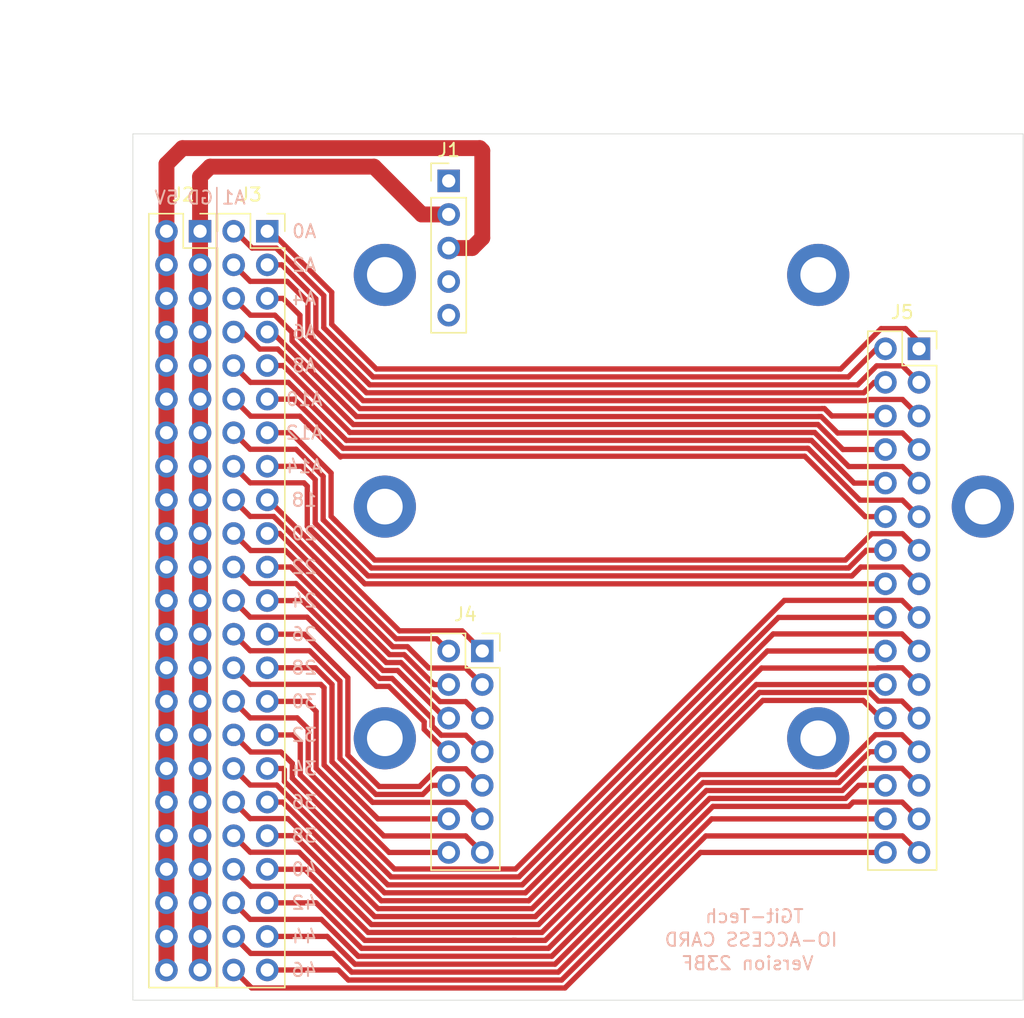
<source format=kicad_pcb>
(kicad_pcb (version 20171130) (host pcbnew "(5.1.7)-1")

  (general
    (thickness 1.6)
    (drawings 38)
    (tracks 410)
    (zones 0)
    (modules 11)
    (nets 52)
  )

  (page A4)
  (layers
    (0 F.Cu signal)
    (31 B.Cu signal)
    (32 B.Adhes user)
    (33 F.Adhes user)
    (34 B.Paste user)
    (35 F.Paste user)
    (36 B.SilkS user)
    (37 F.SilkS user)
    (38 B.Mask user)
    (39 F.Mask user)
    (40 Dwgs.User user)
    (41 Cmts.User user)
    (42 Eco1.User user)
    (43 Eco2.User user)
    (44 Edge.Cuts user)
    (45 Margin user)
    (46 B.CrtYd user)
    (47 F.CrtYd user)
    (48 B.Fab user)
    (49 F.Fab user)
  )

  (setup
    (last_trace_width 0.4)
    (trace_clearance 0.2)
    (zone_clearance 0.508)
    (zone_45_only no)
    (trace_min 0.2)
    (via_size 0.8)
    (via_drill 0.4)
    (via_min_size 0.4)
    (via_min_drill 0.3)
    (uvia_size 0.3)
    (uvia_drill 0.1)
    (uvias_allowed no)
    (uvia_min_size 0.2)
    (uvia_min_drill 0.1)
    (edge_width 0.05)
    (segment_width 0.2)
    (pcb_text_width 0.3)
    (pcb_text_size 1.5 1.5)
    (mod_edge_width 0.12)
    (mod_text_size 1 1)
    (mod_text_width 0.15)
    (pad_size 1.524 1.524)
    (pad_drill 0.762)
    (pad_to_mask_clearance 0)
    (aux_axis_origin 111.76 94.488)
    (visible_elements 7FFFFFFF)
    (pcbplotparams
      (layerselection 0x01090_7fffffff)
      (usegerberextensions false)
      (usegerberattributes true)
      (usegerberadvancedattributes true)
      (creategerberjobfile true)
      (excludeedgelayer true)
      (linewidth 0.100000)
      (plotframeref false)
      (viasonmask false)
      (mode 1)
      (useauxorigin true)
      (hpglpennumber 1)
      (hpglpenspeed 20)
      (hpglpendiameter 15.000000)
      (psnegative false)
      (psa4output false)
      (plotreference true)
      (plotvalue true)
      (plotinvisibletext false)
      (padsonsilk false)
      (subtractmaskfromsilk false)
      (outputformat 1)
      (mirror false)
      (drillshape 0)
      (scaleselection 1)
      (outputdirectory "output/"))
  )

  (net 0 "")
  (net 1 /D45)
  (net 2 /D33)
  (net 3 /A13)
  (net 4 /A11)
  (net 5 /A9)
  (net 6 /A7)
  (net 7 /A5)
  (net 8 /A3)
  (net 9 /GND)
  (net 10 /5V)
  (net 11 /A0)
  (net 12 /A1)
  (net 13 /A2)
  (net 14 /A4)
  (net 15 /A6)
  (net 16 /A8)
  (net 17 /A10)
  (net 18 /A12)
  (net 19 /A14)
  (net 20 /A15)
  (net 21 /D32)
  (net 22 /D34)
  (net 23 /D35)
  (net 24 /D36)
  (net 25 /D37)
  (net 26 /D38)
  (net 27 /D39)
  (net 28 "Net-(J1-Pad1)")
  (net 29 "Net-(J1-Pad4)")
  (net 30 "Net-(J1-Pad5)")
  (net 31 /D31)
  (net 32 /D30)
  (net 33 /D29)
  (net 34 /D28)
  (net 35 /D27)
  (net 36 /D26)
  (net 37 /D25)
  (net 38 /D24)
  (net 39 /D23)
  (net 40 /D22)
  (net 41 /D21)
  (net 42 /D20)
  (net 43 /D19)
  (net 44 /D18)
  (net 45 /D47)
  (net 46 /D46)
  (net 47 /D44)
  (net 48 /D43)
  (net 49 /D42)
  (net 50 /D41)
  (net 51 /D40)

  (net_class Default "This is the default net class."
    (clearance 0.2)
    (trace_width 0.4)
    (via_dia 0.8)
    (via_drill 0.4)
    (uvia_dia 0.3)
    (uvia_drill 0.1)
    (add_net /A0)
    (add_net /A1)
    (add_net /A10)
    (add_net /A11)
    (add_net /A12)
    (add_net /A13)
    (add_net /A14)
    (add_net /A15)
    (add_net /A2)
    (add_net /A3)
    (add_net /A4)
    (add_net /A5)
    (add_net /A6)
    (add_net /A7)
    (add_net /A8)
    (add_net /A9)
    (add_net /D18)
    (add_net /D19)
    (add_net /D20)
    (add_net /D21)
    (add_net /D22)
    (add_net /D23)
    (add_net /D24)
    (add_net /D25)
    (add_net /D26)
    (add_net /D27)
    (add_net /D28)
    (add_net /D29)
    (add_net /D30)
    (add_net /D31)
    (add_net /D32)
    (add_net /D33)
    (add_net /D34)
    (add_net /D35)
    (add_net /D36)
    (add_net /D37)
    (add_net /D38)
    (add_net /D39)
    (add_net /D40)
    (add_net /D41)
    (add_net /D42)
    (add_net /D43)
    (add_net /D44)
    (add_net /D45)
    (add_net /D46)
    (add_net /D47)
    (add_net "Net-(J1-Pad1)")
    (add_net "Net-(J1-Pad4)")
    (add_net "Net-(J1-Pad5)")
  )

  (net_class Power ""
    (clearance 0.2)
    (trace_width 1.2)
    (via_dia 0.8)
    (via_drill 0.4)
    (uvia_dia 0.3)
    (uvia_drill 0.1)
    (add_net /5V)
    (add_net /GND)
  )

  (module Connector_PinSocket_2.54mm:PinSocket_2x07_P2.54mm_Vertical (layer F.Cu) (tedit 5A19A421) (tstamp 6552983A)
    (at 138.176 68.072)
    (descr "Through hole straight socket strip, 2x07, 2.54mm pitch, double cols (from Kicad 4.0.7), script generated")
    (tags "Through hole socket strip THT 2x07 2.54mm double row")
    (path /6557AB77)
    (fp_text reference J4 (at -1.27 -2.77) (layer F.SilkS)
      (effects (font (size 1 1) (thickness 0.15)))
    )
    (fp_text value Conn_02x07_Odd_Even (at -1.27 18.01) (layer F.Fab)
      (effects (font (size 1 1) (thickness 0.15)))
    )
    (fp_text user %R (at -1.27 7.62 90) (layer F.Fab)
      (effects (font (size 1 1) (thickness 0.15)))
    )
    (fp_line (start -3.81 -1.27) (end 0.27 -1.27) (layer F.Fab) (width 0.1))
    (fp_line (start 0.27 -1.27) (end 1.27 -0.27) (layer F.Fab) (width 0.1))
    (fp_line (start 1.27 -0.27) (end 1.27 16.51) (layer F.Fab) (width 0.1))
    (fp_line (start 1.27 16.51) (end -3.81 16.51) (layer F.Fab) (width 0.1))
    (fp_line (start -3.81 16.51) (end -3.81 -1.27) (layer F.Fab) (width 0.1))
    (fp_line (start -3.87 -1.33) (end -1.27 -1.33) (layer F.SilkS) (width 0.12))
    (fp_line (start -3.87 -1.33) (end -3.87 16.57) (layer F.SilkS) (width 0.12))
    (fp_line (start -3.87 16.57) (end 1.33 16.57) (layer F.SilkS) (width 0.12))
    (fp_line (start 1.33 1.27) (end 1.33 16.57) (layer F.SilkS) (width 0.12))
    (fp_line (start -1.27 1.27) (end 1.33 1.27) (layer F.SilkS) (width 0.12))
    (fp_line (start -1.27 -1.33) (end -1.27 1.27) (layer F.SilkS) (width 0.12))
    (fp_line (start 1.33 -1.33) (end 1.33 0) (layer F.SilkS) (width 0.12))
    (fp_line (start 0 -1.33) (end 1.33 -1.33) (layer F.SilkS) (width 0.12))
    (fp_line (start -4.34 -1.8) (end 1.76 -1.8) (layer F.CrtYd) (width 0.05))
    (fp_line (start 1.76 -1.8) (end 1.76 17) (layer F.CrtYd) (width 0.05))
    (fp_line (start 1.76 17) (end -4.34 17) (layer F.CrtYd) (width 0.05))
    (fp_line (start -4.34 17) (end -4.34 -1.8) (layer F.CrtYd) (width 0.05))
    (pad 14 thru_hole oval (at -2.54 15.24) (size 1.7 1.7) (drill 1) (layers *.Cu *.Mask)
      (net 31 /D31))
    (pad 13 thru_hole oval (at 0 15.24) (size 1.7 1.7) (drill 1) (layers *.Cu *.Mask)
      (net 32 /D30))
    (pad 12 thru_hole oval (at -2.54 12.7) (size 1.7 1.7) (drill 1) (layers *.Cu *.Mask)
      (net 33 /D29))
    (pad 11 thru_hole oval (at 0 12.7) (size 1.7 1.7) (drill 1) (layers *.Cu *.Mask)
      (net 34 /D28))
    (pad 10 thru_hole oval (at -2.54 10.16) (size 1.7 1.7) (drill 1) (layers *.Cu *.Mask)
      (net 35 /D27))
    (pad 9 thru_hole oval (at 0 10.16) (size 1.7 1.7) (drill 1) (layers *.Cu *.Mask)
      (net 36 /D26))
    (pad 8 thru_hole oval (at -2.54 7.62) (size 1.7 1.7) (drill 1) (layers *.Cu *.Mask)
      (net 37 /D25))
    (pad 7 thru_hole oval (at 0 7.62) (size 1.7 1.7) (drill 1) (layers *.Cu *.Mask)
      (net 38 /D24))
    (pad 6 thru_hole oval (at -2.54 5.08) (size 1.7 1.7) (drill 1) (layers *.Cu *.Mask)
      (net 39 /D23))
    (pad 5 thru_hole oval (at 0 5.08) (size 1.7 1.7) (drill 1) (layers *.Cu *.Mask)
      (net 40 /D22))
    (pad 4 thru_hole oval (at -2.54 2.54) (size 1.7 1.7) (drill 1) (layers *.Cu *.Mask)
      (net 41 /D21))
    (pad 3 thru_hole oval (at 0 2.54) (size 1.7 1.7) (drill 1) (layers *.Cu *.Mask)
      (net 42 /D20))
    (pad 2 thru_hole oval (at -2.54 0) (size 1.7 1.7) (drill 1) (layers *.Cu *.Mask)
      (net 43 /D19))
    (pad 1 thru_hole rect (at 0 0) (size 1.7 1.7) (drill 1) (layers *.Cu *.Mask)
      (net 44 /D18))
    (model ${KISYS3DMOD}/Connector_PinSocket_2.54mm.3dshapes/PinSocket_2x07_P2.54mm_Vertical.wrl
      (at (xyz 0 0 0))
      (scale (xyz 1 1 1))
      (rotate (xyz 0 0 0))
    )
  )

  (module MountingHole:MountingHole_2.7mm_M2.5_DIN965_Pad (layer F.Cu) (tedit 56D1B4CB) (tstamp 6552A617)
    (at 176.022 57.15)
    (descr "Mounting Hole 2.7mm, M2.5, DIN965")
    (tags "mounting hole 2.7mm m2.5 din965")
    (attr virtual)
    (fp_text reference REF** (at 0 -0.762) (layer F.SilkS) hide
      (effects (font (size 1 1) (thickness 0.15)))
    )
    (fp_text value BR (at -3.556 2.032) (layer F.Fab)
      (effects (font (size 1 1) (thickness 0.15)))
    )
    (fp_circle (center 0 0) (end 2.6 0) (layer F.CrtYd) (width 0.05))
    (fp_circle (center 0 0) (end 2.35 0) (layer Cmts.User) (width 0.15))
    (fp_text user %R (at 0.3 0) (layer F.Fab)
      (effects (font (size 1 1) (thickness 0.15)))
    )
    (pad 1 thru_hole circle (at 0 0) (size 4.7 4.7) (drill 2.7) (layers *.Cu *.Mask))
  )

  (module MountingHole:MountingHole_2.7mm_M2.5_DIN965_Pad (layer F.Cu) (tedit 56D1B4CB) (tstamp 6552A606)
    (at 163.576 74.676)
    (descr "Mounting Hole 2.7mm, M2.5, DIN965")
    (tags "mounting hole 2.7mm m2.5 din965")
    (attr virtual)
    (fp_text reference REF** (at 0 -0.762) (layer F.SilkS) hide
      (effects (font (size 1 1) (thickness 0.15)))
    )
    (fp_text value BR (at -3.556 2.032) (layer F.Fab)
      (effects (font (size 1 1) (thickness 0.15)))
    )
    (fp_circle (center 0 0) (end 2.6 0) (layer F.CrtYd) (width 0.05))
    (fp_circle (center 0 0) (end 2.35 0) (layer Cmts.User) (width 0.15))
    (fp_text user %R (at 0.3 0) (layer F.Fab)
      (effects (font (size 1 1) (thickness 0.15)))
    )
    (pad 1 thru_hole circle (at 0 0) (size 4.7 4.7) (drill 2.7) (layers *.Cu *.Mask))
  )

  (module MountingHole:MountingHole_2.7mm_M2.5_DIN965_Pad (layer F.Cu) (tedit 56D1B4CB) (tstamp 6552A5ED)
    (at 130.81 39.624)
    (descr "Mounting Hole 2.7mm, M2.5, DIN965")
    (tags "mounting hole 2.7mm m2.5 din965")
    (attr virtual)
    (fp_text reference REF** (at 0 -0.762) (layer F.SilkS) hide
      (effects (font (size 1 1) (thickness 0.15)))
    )
    (fp_text value BR (at -3.556 2.032) (layer F.Fab)
      (effects (font (size 1 1) (thickness 0.15)))
    )
    (fp_circle (center 0 0) (end 2.6 0) (layer F.CrtYd) (width 0.05))
    (fp_circle (center 0 0) (end 2.35 0) (layer Cmts.User) (width 0.15))
    (fp_text user %R (at 0.3 0) (layer F.Fab)
      (effects (font (size 1 1) (thickness 0.15)))
    )
    (pad 1 thru_hole circle (at 0 0) (size 4.7 4.7) (drill 2.7) (layers *.Cu *.Mask))
  )

  (module MountingHole:MountingHole_2.7mm_M2.5_DIN965_Pad (layer F.Cu) (tedit 56D1B4CB) (tstamp 6552A5C7)
    (at 130.81 57.15)
    (descr "Mounting Hole 2.7mm, M2.5, DIN965")
    (tags "mounting hole 2.7mm m2.5 din965")
    (attr virtual)
    (fp_text reference REF** (at 0 -0.762) (layer F.SilkS) hide
      (effects (font (size 1 1) (thickness 0.15)))
    )
    (fp_text value BR (at -3.556 2.032) (layer F.Fab)
      (effects (font (size 1 1) (thickness 0.15)))
    )
    (fp_circle (center 0 0) (end 2.6 0) (layer F.CrtYd) (width 0.05))
    (fp_circle (center 0 0) (end 2.35 0) (layer Cmts.User) (width 0.15))
    (fp_text user %R (at 0.3 0) (layer F.Fab)
      (effects (font (size 1 1) (thickness 0.15)))
    )
    (pad 1 thru_hole circle (at 0 0) (size 4.7 4.7) (drill 2.7) (layers *.Cu *.Mask))
  )

  (module MountingHole:MountingHole_2.7mm_M2.5_DIN965_Pad (layer F.Cu) (tedit 56D1B4CB) (tstamp 6552A63D)
    (at 163.576 39.624)
    (descr "Mounting Hole 2.7mm, M2.5, DIN965")
    (tags "mounting hole 2.7mm m2.5 din965")
    (attr virtual)
    (fp_text reference REF** (at 0 -0.762) (layer F.SilkS) hide
      (effects (font (size 1 1) (thickness 0.15)))
    )
    (fp_text value BR (at -3.556 2.032) (layer F.Fab)
      (effects (font (size 1 1) (thickness 0.15)))
    )
    (fp_circle (center 0 0) (end 2.6 0) (layer F.CrtYd) (width 0.05))
    (fp_circle (center 0 0) (end 2.35 0) (layer Cmts.User) (width 0.15))
    (fp_text user %R (at 0.3 0) (layer F.Fab)
      (effects (font (size 1 1) (thickness 0.15)))
    )
    (pad 1 thru_hole circle (at 0 0) (size 4.7 4.7) (drill 2.7) (layers *.Cu *.Mask))
  )

  (module Connector_PinSocket_2.54mm:PinSocket_2x23_P2.54mm_Vertical (layer F.Cu) (tedit 5A19A424) (tstamp 65528EA9)
    (at 116.84 36.322)
    (descr "Through hole straight socket strip, 2x23, 2.54mm pitch, double cols (from Kicad 4.0.7), script generated")
    (tags "Through hole socket strip THT 2x23 2.54mm double row")
    (path /6558C338)
    (fp_text reference J2 (at -1.27 -2.77) (layer F.SilkS)
      (effects (font (size 1 1) (thickness 0.15)))
    )
    (fp_text value Conn_02x23_Odd_Even (at -1.27 58.65) (layer F.Fab)
      (effects (font (size 1 1) (thickness 0.15)))
    )
    (fp_text user %R (at -1.27 27.94 90) (layer F.Fab)
      (effects (font (size 1 1) (thickness 0.15)))
    )
    (fp_line (start -3.81 -1.27) (end 0.27 -1.27) (layer F.Fab) (width 0.1))
    (fp_line (start 0.27 -1.27) (end 1.27 -0.27) (layer F.Fab) (width 0.1))
    (fp_line (start 1.27 -0.27) (end 1.27 57.15) (layer F.Fab) (width 0.1))
    (fp_line (start 1.27 57.15) (end -3.81 57.15) (layer F.Fab) (width 0.1))
    (fp_line (start -3.81 57.15) (end -3.81 -1.27) (layer F.Fab) (width 0.1))
    (fp_line (start -3.87 -1.33) (end -1.27 -1.33) (layer F.SilkS) (width 0.12))
    (fp_line (start -3.87 -1.33) (end -3.87 57.21) (layer F.SilkS) (width 0.12))
    (fp_line (start -3.87 57.21) (end 1.33 57.21) (layer F.SilkS) (width 0.12))
    (fp_line (start 1.33 1.27) (end 1.33 57.21) (layer F.SilkS) (width 0.12))
    (fp_line (start -1.27 1.27) (end 1.33 1.27) (layer F.SilkS) (width 0.12))
    (fp_line (start -1.27 -1.33) (end -1.27 1.27) (layer F.SilkS) (width 0.12))
    (fp_line (start 1.33 -1.33) (end 1.33 0) (layer F.SilkS) (width 0.12))
    (fp_line (start 0 -1.33) (end 1.33 -1.33) (layer F.SilkS) (width 0.12))
    (fp_line (start -4.34 -1.8) (end 1.76 -1.8) (layer F.CrtYd) (width 0.05))
    (fp_line (start 1.76 -1.8) (end 1.76 57.65) (layer F.CrtYd) (width 0.05))
    (fp_line (start 1.76 57.65) (end -4.34 57.65) (layer F.CrtYd) (width 0.05))
    (fp_line (start -4.34 57.65) (end -4.34 -1.8) (layer F.CrtYd) (width 0.05))
    (pad 46 thru_hole oval (at -2.54 55.88) (size 1.7 1.7) (drill 1) (layers *.Cu *.Mask)
      (net 10 /5V))
    (pad 45 thru_hole oval (at 0 55.88) (size 1.7 1.7) (drill 1) (layers *.Cu *.Mask)
      (net 9 /GND))
    (pad 44 thru_hole oval (at -2.54 53.34) (size 1.7 1.7) (drill 1) (layers *.Cu *.Mask)
      (net 10 /5V))
    (pad 43 thru_hole oval (at 0 53.34) (size 1.7 1.7) (drill 1) (layers *.Cu *.Mask)
      (net 9 /GND))
    (pad 42 thru_hole oval (at -2.54 50.8) (size 1.7 1.7) (drill 1) (layers *.Cu *.Mask)
      (net 10 /5V))
    (pad 41 thru_hole oval (at 0 50.8) (size 1.7 1.7) (drill 1) (layers *.Cu *.Mask)
      (net 9 /GND))
    (pad 40 thru_hole oval (at -2.54 48.26) (size 1.7 1.7) (drill 1) (layers *.Cu *.Mask)
      (net 10 /5V))
    (pad 39 thru_hole oval (at 0 48.26) (size 1.7 1.7) (drill 1) (layers *.Cu *.Mask)
      (net 9 /GND))
    (pad 38 thru_hole oval (at -2.54 45.72) (size 1.7 1.7) (drill 1) (layers *.Cu *.Mask)
      (net 10 /5V))
    (pad 37 thru_hole oval (at 0 45.72) (size 1.7 1.7) (drill 1) (layers *.Cu *.Mask)
      (net 9 /GND))
    (pad 36 thru_hole oval (at -2.54 43.18) (size 1.7 1.7) (drill 1) (layers *.Cu *.Mask)
      (net 10 /5V))
    (pad 35 thru_hole oval (at 0 43.18) (size 1.7 1.7) (drill 1) (layers *.Cu *.Mask)
      (net 9 /GND))
    (pad 34 thru_hole oval (at -2.54 40.64) (size 1.7 1.7) (drill 1) (layers *.Cu *.Mask)
      (net 10 /5V))
    (pad 33 thru_hole oval (at 0 40.64) (size 1.7 1.7) (drill 1) (layers *.Cu *.Mask)
      (net 9 /GND))
    (pad 32 thru_hole oval (at -2.54 38.1) (size 1.7 1.7) (drill 1) (layers *.Cu *.Mask)
      (net 10 /5V))
    (pad 31 thru_hole oval (at 0 38.1) (size 1.7 1.7) (drill 1) (layers *.Cu *.Mask)
      (net 9 /GND))
    (pad 30 thru_hole oval (at -2.54 35.56) (size 1.7 1.7) (drill 1) (layers *.Cu *.Mask)
      (net 10 /5V))
    (pad 29 thru_hole oval (at 0 35.56) (size 1.7 1.7) (drill 1) (layers *.Cu *.Mask)
      (net 9 /GND))
    (pad 28 thru_hole oval (at -2.54 33.02) (size 1.7 1.7) (drill 1) (layers *.Cu *.Mask)
      (net 10 /5V))
    (pad 27 thru_hole oval (at 0 33.02) (size 1.7 1.7) (drill 1) (layers *.Cu *.Mask)
      (net 9 /GND))
    (pad 26 thru_hole oval (at -2.54 30.48) (size 1.7 1.7) (drill 1) (layers *.Cu *.Mask)
      (net 10 /5V))
    (pad 25 thru_hole oval (at 0 30.48) (size 1.7 1.7) (drill 1) (layers *.Cu *.Mask)
      (net 9 /GND))
    (pad 24 thru_hole oval (at -2.54 27.94) (size 1.7 1.7) (drill 1) (layers *.Cu *.Mask)
      (net 10 /5V))
    (pad 23 thru_hole oval (at 0 27.94) (size 1.7 1.7) (drill 1) (layers *.Cu *.Mask)
      (net 9 /GND))
    (pad 22 thru_hole oval (at -2.54 25.4) (size 1.7 1.7) (drill 1) (layers *.Cu *.Mask)
      (net 10 /5V))
    (pad 21 thru_hole oval (at 0 25.4) (size 1.7 1.7) (drill 1) (layers *.Cu *.Mask)
      (net 9 /GND))
    (pad 20 thru_hole oval (at -2.54 22.86) (size 1.7 1.7) (drill 1) (layers *.Cu *.Mask)
      (net 10 /5V))
    (pad 19 thru_hole oval (at 0 22.86) (size 1.7 1.7) (drill 1) (layers *.Cu *.Mask)
      (net 9 /GND))
    (pad 18 thru_hole oval (at -2.54 20.32) (size 1.7 1.7) (drill 1) (layers *.Cu *.Mask)
      (net 10 /5V))
    (pad 17 thru_hole oval (at 0 20.32) (size 1.7 1.7) (drill 1) (layers *.Cu *.Mask)
      (net 9 /GND))
    (pad 16 thru_hole oval (at -2.54 17.78) (size 1.7 1.7) (drill 1) (layers *.Cu *.Mask)
      (net 10 /5V))
    (pad 15 thru_hole oval (at 0 17.78) (size 1.7 1.7) (drill 1) (layers *.Cu *.Mask)
      (net 9 /GND))
    (pad 14 thru_hole oval (at -2.54 15.24) (size 1.7 1.7) (drill 1) (layers *.Cu *.Mask)
      (net 10 /5V))
    (pad 13 thru_hole oval (at 0 15.24) (size 1.7 1.7) (drill 1) (layers *.Cu *.Mask)
      (net 9 /GND))
    (pad 12 thru_hole oval (at -2.54 12.7) (size 1.7 1.7) (drill 1) (layers *.Cu *.Mask)
      (net 10 /5V))
    (pad 11 thru_hole oval (at 0 12.7) (size 1.7 1.7) (drill 1) (layers *.Cu *.Mask)
      (net 9 /GND))
    (pad 10 thru_hole oval (at -2.54 10.16) (size 1.7 1.7) (drill 1) (layers *.Cu *.Mask)
      (net 10 /5V))
    (pad 9 thru_hole oval (at 0 10.16) (size 1.7 1.7) (drill 1) (layers *.Cu *.Mask)
      (net 9 /GND))
    (pad 8 thru_hole oval (at -2.54 7.62) (size 1.7 1.7) (drill 1) (layers *.Cu *.Mask)
      (net 10 /5V))
    (pad 7 thru_hole oval (at 0 7.62) (size 1.7 1.7) (drill 1) (layers *.Cu *.Mask)
      (net 9 /GND))
    (pad 6 thru_hole oval (at -2.54 5.08) (size 1.7 1.7) (drill 1) (layers *.Cu *.Mask)
      (net 10 /5V))
    (pad 5 thru_hole oval (at 0 5.08) (size 1.7 1.7) (drill 1) (layers *.Cu *.Mask)
      (net 9 /GND))
    (pad 4 thru_hole oval (at -2.54 2.54) (size 1.7 1.7) (drill 1) (layers *.Cu *.Mask)
      (net 10 /5V))
    (pad 3 thru_hole oval (at 0 2.54) (size 1.7 1.7) (drill 1) (layers *.Cu *.Mask)
      (net 9 /GND))
    (pad 2 thru_hole oval (at -2.54 0) (size 1.7 1.7) (drill 1) (layers *.Cu *.Mask)
      (net 10 /5V))
    (pad 1 thru_hole rect (at 0 0) (size 1.7 1.7) (drill 1) (layers *.Cu *.Mask)
      (net 9 /GND))
    (model ${KISYS3DMOD}/Connector_PinSocket_2.54mm.3dshapes/PinSocket_2x23_P2.54mm_Vertical.wrl
      (at (xyz 0 0 0))
      (scale (xyz 1 1 1))
      (rotate (xyz 0 0 0))
    )
  )

  (module Connector_PinSocket_2.54mm:PinSocket_2x16_P2.54mm_Vertical (layer F.Cu) (tedit 5A19A424) (tstamp 65528BB1)
    (at 171.196 45.212)
    (descr "Through hole straight socket strip, 2x16, 2.54mm pitch, double cols (from Kicad 4.0.7), script generated")
    (tags "Through hole socket strip THT 2x16 2.54mm double row")
    (path /655567FC)
    (fp_text reference J5 (at -1.27 -2.77) (layer F.SilkS)
      (effects (font (size 1 1) (thickness 0.15)))
    )
    (fp_text value Conn_02x16_Odd_Even (at -1.27 40.87) (layer F.Fab)
      (effects (font (size 1 1) (thickness 0.15)))
    )
    (fp_text user %R (at -1.27 19.05 90) (layer F.Fab)
      (effects (font (size 1 1) (thickness 0.15)))
    )
    (fp_line (start -3.81 -1.27) (end 0.27 -1.27) (layer F.Fab) (width 0.1))
    (fp_line (start 0.27 -1.27) (end 1.27 -0.27) (layer F.Fab) (width 0.1))
    (fp_line (start 1.27 -0.27) (end 1.27 39.37) (layer F.Fab) (width 0.1))
    (fp_line (start 1.27 39.37) (end -3.81 39.37) (layer F.Fab) (width 0.1))
    (fp_line (start -3.81 39.37) (end -3.81 -1.27) (layer F.Fab) (width 0.1))
    (fp_line (start -3.87 -1.33) (end -1.27 -1.33) (layer F.SilkS) (width 0.12))
    (fp_line (start -3.87 -1.33) (end -3.87 39.43) (layer F.SilkS) (width 0.12))
    (fp_line (start -3.87 39.43) (end 1.33 39.43) (layer F.SilkS) (width 0.12))
    (fp_line (start 1.33 1.27) (end 1.33 39.43) (layer F.SilkS) (width 0.12))
    (fp_line (start -1.27 1.27) (end 1.33 1.27) (layer F.SilkS) (width 0.12))
    (fp_line (start -1.27 -1.33) (end -1.27 1.27) (layer F.SilkS) (width 0.12))
    (fp_line (start 1.33 -1.33) (end 1.33 0) (layer F.SilkS) (width 0.12))
    (fp_line (start 0 -1.33) (end 1.33 -1.33) (layer F.SilkS) (width 0.12))
    (fp_line (start -4.34 -1.8) (end 1.76 -1.8) (layer F.CrtYd) (width 0.05))
    (fp_line (start 1.76 -1.8) (end 1.76 39.9) (layer F.CrtYd) (width 0.05))
    (fp_line (start 1.76 39.9) (end -4.34 39.9) (layer F.CrtYd) (width 0.05))
    (fp_line (start -4.34 39.9) (end -4.34 -1.8) (layer F.CrtYd) (width 0.05))
    (pad 32 thru_hole oval (at -2.54 38.1) (size 1.7 1.7) (drill 1) (layers *.Cu *.Mask)
      (net 45 /D47))
    (pad 31 thru_hole oval (at 0 38.1) (size 1.7 1.7) (drill 1) (layers *.Cu *.Mask)
      (net 46 /D46))
    (pad 30 thru_hole oval (at -2.54 35.56) (size 1.7 1.7) (drill 1) (layers *.Cu *.Mask)
      (net 1 /D45))
    (pad 29 thru_hole oval (at 0 35.56) (size 1.7 1.7) (drill 1) (layers *.Cu *.Mask)
      (net 47 /D44))
    (pad 28 thru_hole oval (at -2.54 33.02) (size 1.7 1.7) (drill 1) (layers *.Cu *.Mask)
      (net 48 /D43))
    (pad 27 thru_hole oval (at 0 33.02) (size 1.7 1.7) (drill 1) (layers *.Cu *.Mask)
      (net 49 /D42))
    (pad 26 thru_hole oval (at -2.54 30.48) (size 1.7 1.7) (drill 1) (layers *.Cu *.Mask)
      (net 50 /D41))
    (pad 25 thru_hole oval (at 0 30.48) (size 1.7 1.7) (drill 1) (layers *.Cu *.Mask)
      (net 51 /D40))
    (pad 24 thru_hole oval (at -2.54 27.94) (size 1.7 1.7) (drill 1) (layers *.Cu *.Mask)
      (net 27 /D39))
    (pad 23 thru_hole oval (at 0 27.94) (size 1.7 1.7) (drill 1) (layers *.Cu *.Mask)
      (net 26 /D38))
    (pad 22 thru_hole oval (at -2.54 25.4) (size 1.7 1.7) (drill 1) (layers *.Cu *.Mask)
      (net 25 /D37))
    (pad 21 thru_hole oval (at 0 25.4) (size 1.7 1.7) (drill 1) (layers *.Cu *.Mask)
      (net 24 /D36))
    (pad 20 thru_hole oval (at -2.54 22.86) (size 1.7 1.7) (drill 1) (layers *.Cu *.Mask)
      (net 23 /D35))
    (pad 19 thru_hole oval (at 0 22.86) (size 1.7 1.7) (drill 1) (layers *.Cu *.Mask)
      (net 22 /D34))
    (pad 18 thru_hole oval (at -2.54 20.32) (size 1.7 1.7) (drill 1) (layers *.Cu *.Mask)
      (net 2 /D33))
    (pad 17 thru_hole oval (at 0 20.32) (size 1.7 1.7) (drill 1) (layers *.Cu *.Mask)
      (net 21 /D32))
    (pad 16 thru_hole oval (at -2.54 17.78) (size 1.7 1.7) (drill 1) (layers *.Cu *.Mask)
      (net 20 /A15))
    (pad 15 thru_hole oval (at 0 17.78) (size 1.7 1.7) (drill 1) (layers *.Cu *.Mask)
      (net 19 /A14))
    (pad 14 thru_hole oval (at -2.54 15.24) (size 1.7 1.7) (drill 1) (layers *.Cu *.Mask)
      (net 3 /A13))
    (pad 13 thru_hole oval (at 0 15.24) (size 1.7 1.7) (drill 1) (layers *.Cu *.Mask)
      (net 18 /A12))
    (pad 12 thru_hole oval (at -2.54 12.7) (size 1.7 1.7) (drill 1) (layers *.Cu *.Mask)
      (net 4 /A11))
    (pad 11 thru_hole oval (at 0 12.7) (size 1.7 1.7) (drill 1) (layers *.Cu *.Mask)
      (net 17 /A10))
    (pad 10 thru_hole oval (at -2.54 10.16) (size 1.7 1.7) (drill 1) (layers *.Cu *.Mask)
      (net 5 /A9))
    (pad 9 thru_hole oval (at 0 10.16) (size 1.7 1.7) (drill 1) (layers *.Cu *.Mask)
      (net 16 /A8))
    (pad 8 thru_hole oval (at -2.54 7.62) (size 1.7 1.7) (drill 1) (layers *.Cu *.Mask)
      (net 6 /A7))
    (pad 7 thru_hole oval (at 0 7.62) (size 1.7 1.7) (drill 1) (layers *.Cu *.Mask)
      (net 15 /A6))
    (pad 6 thru_hole oval (at -2.54 5.08) (size 1.7 1.7) (drill 1) (layers *.Cu *.Mask)
      (net 7 /A5))
    (pad 5 thru_hole oval (at 0 5.08) (size 1.7 1.7) (drill 1) (layers *.Cu *.Mask)
      (net 14 /A4))
    (pad 4 thru_hole oval (at -2.54 2.54) (size 1.7 1.7) (drill 1) (layers *.Cu *.Mask)
      (net 8 /A3))
    (pad 3 thru_hole oval (at 0 2.54) (size 1.7 1.7) (drill 1) (layers *.Cu *.Mask)
      (net 13 /A2))
    (pad 2 thru_hole oval (at -2.54 0) (size 1.7 1.7) (drill 1) (layers *.Cu *.Mask)
      (net 12 /A1))
    (pad 1 thru_hole rect (at 0 0) (size 1.7 1.7) (drill 1) (layers *.Cu *.Mask)
      (net 11 /A0))
    (model ${KISYS3DMOD}/Connector_PinSocket_2.54mm.3dshapes/PinSocket_2x16_P2.54mm_Vertical.wrl
      (at (xyz 0 0 0))
      (scale (xyz 1 1 1))
      (rotate (xyz 0 0 0))
    )
  )

  (module Connector_PinSocket_2.54mm:PinSocket_2x23_P2.54mm_Vertical (layer F.Cu) (tedit 5A19A424) (tstamp 65528DE0)
    (at 121.92 36.322)
    (descr "Through hole straight socket strip, 2x23, 2.54mm pitch, double cols (from Kicad 4.0.7), script generated")
    (tags "Through hole socket strip THT 2x23 2.54mm double row")
    (path /6558429D)
    (fp_text reference J3 (at -1.27 -2.77) (layer F.SilkS)
      (effects (font (size 1 1) (thickness 0.15)))
    )
    (fp_text value Conn_02x23_Odd_Even (at -4.826 58.65) (layer F.Fab)
      (effects (font (size 1 1) (thickness 0.15)))
    )
    (fp_text user %R (at -1.27 27.94 90) (layer F.Fab)
      (effects (font (size 1 1) (thickness 0.15)))
    )
    (fp_line (start -3.81 -1.27) (end 0.27 -1.27) (layer F.Fab) (width 0.1))
    (fp_line (start 0.27 -1.27) (end 1.27 -0.27) (layer F.Fab) (width 0.1))
    (fp_line (start 1.27 -0.27) (end 1.27 57.15) (layer F.Fab) (width 0.1))
    (fp_line (start 1.27 57.15) (end -3.81 57.15) (layer F.Fab) (width 0.1))
    (fp_line (start -3.81 57.15) (end -3.81 -1.27) (layer F.Fab) (width 0.1))
    (fp_line (start -3.87 -1.33) (end -1.27 -1.33) (layer F.SilkS) (width 0.12))
    (fp_line (start -3.87 -1.33) (end -3.87 57.21) (layer F.SilkS) (width 0.12))
    (fp_line (start -3.87 57.21) (end 1.33 57.21) (layer F.SilkS) (width 0.12))
    (fp_line (start 1.33 1.27) (end 1.33 57.21) (layer F.SilkS) (width 0.12))
    (fp_line (start -1.27 1.27) (end 1.33 1.27) (layer F.SilkS) (width 0.12))
    (fp_line (start -1.27 -1.33) (end -1.27 1.27) (layer F.SilkS) (width 0.12))
    (fp_line (start 1.33 -1.33) (end 1.33 0) (layer F.SilkS) (width 0.12))
    (fp_line (start 0 -1.33) (end 1.33 -1.33) (layer F.SilkS) (width 0.12))
    (fp_line (start -4.34 -1.8) (end 1.76 -1.8) (layer F.CrtYd) (width 0.05))
    (fp_line (start 1.76 -1.8) (end 1.76 57.65) (layer F.CrtYd) (width 0.05))
    (fp_line (start 1.76 57.65) (end -4.34 57.65) (layer F.CrtYd) (width 0.05))
    (fp_line (start -4.34 57.65) (end -4.34 -1.8) (layer F.CrtYd) (width 0.05))
    (pad 46 thru_hole oval (at -2.54 55.88) (size 1.7 1.7) (drill 1) (layers *.Cu *.Mask)
      (net 45 /D47))
    (pad 45 thru_hole oval (at 0 55.88) (size 1.7 1.7) (drill 1) (layers *.Cu *.Mask)
      (net 46 /D46))
    (pad 44 thru_hole oval (at -2.54 53.34) (size 1.7 1.7) (drill 1) (layers *.Cu *.Mask)
      (net 1 /D45))
    (pad 43 thru_hole oval (at 0 53.34) (size 1.7 1.7) (drill 1) (layers *.Cu *.Mask)
      (net 47 /D44))
    (pad 42 thru_hole oval (at -2.54 50.8) (size 1.7 1.7) (drill 1) (layers *.Cu *.Mask)
      (net 48 /D43))
    (pad 41 thru_hole oval (at 0 50.8) (size 1.7 1.7) (drill 1) (layers *.Cu *.Mask)
      (net 49 /D42))
    (pad 40 thru_hole oval (at -2.54 48.26) (size 1.7 1.7) (drill 1) (layers *.Cu *.Mask)
      (net 50 /D41))
    (pad 39 thru_hole oval (at 0 48.26) (size 1.7 1.7) (drill 1) (layers *.Cu *.Mask)
      (net 51 /D40))
    (pad 38 thru_hole oval (at -2.54 45.72) (size 1.7 1.7) (drill 1) (layers *.Cu *.Mask)
      (net 27 /D39))
    (pad 37 thru_hole oval (at 0 45.72) (size 1.7 1.7) (drill 1) (layers *.Cu *.Mask)
      (net 26 /D38))
    (pad 36 thru_hole oval (at -2.54 43.18) (size 1.7 1.7) (drill 1) (layers *.Cu *.Mask)
      (net 25 /D37))
    (pad 35 thru_hole oval (at 0 43.18) (size 1.7 1.7) (drill 1) (layers *.Cu *.Mask)
      (net 24 /D36))
    (pad 34 thru_hole oval (at -2.54 40.64) (size 1.7 1.7) (drill 1) (layers *.Cu *.Mask)
      (net 23 /D35))
    (pad 33 thru_hole oval (at 0 40.64) (size 1.7 1.7) (drill 1) (layers *.Cu *.Mask)
      (net 22 /D34))
    (pad 32 thru_hole oval (at -2.54 38.1) (size 1.7 1.7) (drill 1) (layers *.Cu *.Mask)
      (net 2 /D33))
    (pad 31 thru_hole oval (at 0 38.1) (size 1.7 1.7) (drill 1) (layers *.Cu *.Mask)
      (net 21 /D32))
    (pad 30 thru_hole oval (at -2.54 35.56) (size 1.7 1.7) (drill 1) (layers *.Cu *.Mask)
      (net 31 /D31))
    (pad 29 thru_hole oval (at 0 35.56) (size 1.7 1.7) (drill 1) (layers *.Cu *.Mask)
      (net 32 /D30))
    (pad 28 thru_hole oval (at -2.54 33.02) (size 1.7 1.7) (drill 1) (layers *.Cu *.Mask)
      (net 33 /D29))
    (pad 27 thru_hole oval (at 0 33.02) (size 1.7 1.7) (drill 1) (layers *.Cu *.Mask)
      (net 34 /D28))
    (pad 26 thru_hole oval (at -2.54 30.48) (size 1.7 1.7) (drill 1) (layers *.Cu *.Mask)
      (net 35 /D27))
    (pad 25 thru_hole oval (at 0 30.48) (size 1.7 1.7) (drill 1) (layers *.Cu *.Mask)
      (net 36 /D26))
    (pad 24 thru_hole oval (at -2.54 27.94) (size 1.7 1.7) (drill 1) (layers *.Cu *.Mask)
      (net 37 /D25))
    (pad 23 thru_hole oval (at 0 27.94) (size 1.7 1.7) (drill 1) (layers *.Cu *.Mask)
      (net 38 /D24))
    (pad 22 thru_hole oval (at -2.54 25.4) (size 1.7 1.7) (drill 1) (layers *.Cu *.Mask)
      (net 39 /D23))
    (pad 21 thru_hole oval (at 0 25.4) (size 1.7 1.7) (drill 1) (layers *.Cu *.Mask)
      (net 40 /D22))
    (pad 20 thru_hole oval (at -2.54 22.86) (size 1.7 1.7) (drill 1) (layers *.Cu *.Mask)
      (net 41 /D21))
    (pad 19 thru_hole oval (at 0 22.86) (size 1.7 1.7) (drill 1) (layers *.Cu *.Mask)
      (net 42 /D20))
    (pad 18 thru_hole oval (at -2.54 20.32) (size 1.7 1.7) (drill 1) (layers *.Cu *.Mask)
      (net 43 /D19))
    (pad 17 thru_hole oval (at 0 20.32) (size 1.7 1.7) (drill 1) (layers *.Cu *.Mask)
      (net 44 /D18))
    (pad 16 thru_hole oval (at -2.54 17.78) (size 1.7 1.7) (drill 1) (layers *.Cu *.Mask)
      (net 20 /A15))
    (pad 15 thru_hole oval (at 0 17.78) (size 1.7 1.7) (drill 1) (layers *.Cu *.Mask)
      (net 19 /A14))
    (pad 14 thru_hole oval (at -2.54 15.24) (size 1.7 1.7) (drill 1) (layers *.Cu *.Mask)
      (net 3 /A13))
    (pad 13 thru_hole oval (at 0 15.24) (size 1.7 1.7) (drill 1) (layers *.Cu *.Mask)
      (net 18 /A12))
    (pad 12 thru_hole oval (at -2.54 12.7) (size 1.7 1.7) (drill 1) (layers *.Cu *.Mask)
      (net 4 /A11))
    (pad 11 thru_hole oval (at 0 12.7) (size 1.7 1.7) (drill 1) (layers *.Cu *.Mask)
      (net 17 /A10))
    (pad 10 thru_hole oval (at -2.54 10.16) (size 1.7 1.7) (drill 1) (layers *.Cu *.Mask)
      (net 5 /A9))
    (pad 9 thru_hole oval (at 0 10.16) (size 1.7 1.7) (drill 1) (layers *.Cu *.Mask)
      (net 16 /A8))
    (pad 8 thru_hole oval (at -2.54 7.62) (size 1.7 1.7) (drill 1) (layers *.Cu *.Mask)
      (net 6 /A7))
    (pad 7 thru_hole oval (at 0 7.62) (size 1.7 1.7) (drill 1) (layers *.Cu *.Mask)
      (net 15 /A6))
    (pad 6 thru_hole oval (at -2.54 5.08) (size 1.7 1.7) (drill 1) (layers *.Cu *.Mask)
      (net 7 /A5))
    (pad 5 thru_hole oval (at 0 5.08) (size 1.7 1.7) (drill 1) (layers *.Cu *.Mask)
      (net 14 /A4))
    (pad 4 thru_hole oval (at -2.54 2.54) (size 1.7 1.7) (drill 1) (layers *.Cu *.Mask)
      (net 8 /A3))
    (pad 3 thru_hole oval (at 0 2.54) (size 1.7 1.7) (drill 1) (layers *.Cu *.Mask)
      (net 13 /A2))
    (pad 2 thru_hole oval (at -2.54 0) (size 1.7 1.7) (drill 1) (layers *.Cu *.Mask)
      (net 12 /A1))
    (pad 1 thru_hole rect (at 0 0) (size 1.7 1.7) (drill 1) (layers *.Cu *.Mask)
      (net 11 /A0))
    (model ${KISYS3DMOD}/Connector_PinSocket_2.54mm.3dshapes/PinSocket_2x23_P2.54mm_Vertical.wrl
      (at (xyz 0 0 0))
      (scale (xyz 1 1 1))
      (rotate (xyz 0 0 0))
    )
  )

  (module MountingHole:MountingHole_2.7mm_M2.5_DIN965_Pad (layer F.Cu) (tedit 56D1B4CB) (tstamp 5FB8C840)
    (at 130.81 74.676)
    (descr "Mounting Hole 2.7mm, M2.5, DIN965")
    (tags "mounting hole 2.7mm m2.5 din965")
    (attr virtual)
    (fp_text reference REF** (at 0 -0.762) (layer F.SilkS) hide
      (effects (font (size 1 1) (thickness 0.15)))
    )
    (fp_text value BR (at -3.556 2.032) (layer F.Fab)
      (effects (font (size 1 1) (thickness 0.15)))
    )
    (fp_circle (center 0 0) (end 2.6 0) (layer F.CrtYd) (width 0.05))
    (fp_circle (center 0 0) (end 2.35 0) (layer Cmts.User) (width 0.15))
    (fp_text user %R (at 0.3 0) (layer F.Fab)
      (effects (font (size 1 1) (thickness 0.15)))
    )
    (pad 1 thru_hole circle (at 0 0) (size 4.7 4.7) (drill 2.7) (layers *.Cu *.Mask))
  )

  (module Connector_PinHeader_2.54mm:PinHeader_1x05_P2.54mm_Vertical (layer F.Cu) (tedit 59FED5CC) (tstamp 65527125)
    (at 135.636 32.512)
    (descr "Through hole straight pin header, 1x05, 2.54mm pitch, single row")
    (tags "Through hole pin header THT 1x05 2.54mm single row")
    (path /655342A0)
    (fp_text reference J1 (at 0 -2.33) (layer F.SilkS)
      (effects (font (size 1 1) (thickness 0.15)))
    )
    (fp_text value Conn_01x05 (at 0 12.49) (layer F.Fab)
      (effects (font (size 1 1) (thickness 0.15)))
    )
    (fp_line (start -0.635 -1.27) (end 1.27 -1.27) (layer F.Fab) (width 0.1))
    (fp_line (start 1.27 -1.27) (end 1.27 11.43) (layer F.Fab) (width 0.1))
    (fp_line (start 1.27 11.43) (end -1.27 11.43) (layer F.Fab) (width 0.1))
    (fp_line (start -1.27 11.43) (end -1.27 -0.635) (layer F.Fab) (width 0.1))
    (fp_line (start -1.27 -0.635) (end -0.635 -1.27) (layer F.Fab) (width 0.1))
    (fp_line (start -1.33 11.49) (end 1.33 11.49) (layer F.SilkS) (width 0.12))
    (fp_line (start -1.33 1.27) (end -1.33 11.49) (layer F.SilkS) (width 0.12))
    (fp_line (start 1.33 1.27) (end 1.33 11.49) (layer F.SilkS) (width 0.12))
    (fp_line (start -1.33 1.27) (end 1.33 1.27) (layer F.SilkS) (width 0.12))
    (fp_line (start -1.33 0) (end -1.33 -1.33) (layer F.SilkS) (width 0.12))
    (fp_line (start -1.33 -1.33) (end 0 -1.33) (layer F.SilkS) (width 0.12))
    (fp_line (start -1.8 -1.8) (end -1.8 11.95) (layer F.CrtYd) (width 0.05))
    (fp_line (start -1.8 11.95) (end 1.8 11.95) (layer F.CrtYd) (width 0.05))
    (fp_line (start 1.8 11.95) (end 1.8 -1.8) (layer F.CrtYd) (width 0.05))
    (fp_line (start 1.8 -1.8) (end -1.8 -1.8) (layer F.CrtYd) (width 0.05))
    (fp_text user %R (at 0 5.08 90) (layer F.Fab)
      (effects (font (size 1 1) (thickness 0.15)))
    )
    (pad 1 thru_hole rect (at 0 0) (size 1.7 1.7) (drill 1) (layers *.Cu *.Mask)
      (net 28 "Net-(J1-Pad1)"))
    (pad 2 thru_hole oval (at 0 2.54) (size 1.7 1.7) (drill 1) (layers *.Cu *.Mask)
      (net 9 /GND))
    (pad 3 thru_hole oval (at 0 5.08) (size 1.7 1.7) (drill 1) (layers *.Cu *.Mask)
      (net 10 /5V))
    (pad 4 thru_hole oval (at 0 7.62) (size 1.7 1.7) (drill 1) (layers *.Cu *.Mask)
      (net 29 "Net-(J1-Pad4)"))
    (pad 5 thru_hole oval (at 0 10.16) (size 1.7 1.7) (drill 1) (layers *.Cu *.Mask)
      (net 30 "Net-(J1-Pad5)"))
    (model ${KISYS3DMOD}/Connector_PinHeader_2.54mm.3dshapes/PinHeader_1x05_P2.54mm_Vertical.wrl
      (at (xyz 0 0 0))
      (scale (xyz 1 1 1))
      (rotate (xyz 0 0 0))
    )
  )

  (gr_text "Version 23BF" (at 158.242 91.694) (layer B.SilkS)
    (effects (font (size 1 1) (thickness 0.15)) (justify mirror))
  )
  (gr_text TGit-Tech (at 158.75 88.138) (layer B.SilkS)
    (effects (font (size 1 1) (thickness 0.15)) (justify mirror))
  )
  (gr_text "IO-ACCESS CARD" (at 158.496 89.916) (layer B.SilkS)
    (effects (font (size 1 1) (thickness 0.15)) (justify mirror))
  )
  (gr_line (start 118.11 33.02) (end 118.11 93.472) (layer B.SilkS) (width 0.12))
  (gr_text 46 (at 124.714 92.202) (layer B.SilkS)
    (effects (font (size 1 1) (thickness 0.15)) (justify mirror))
  )
  (gr_text 44 (at 124.714 89.662) (layer B.SilkS)
    (effects (font (size 1 1) (thickness 0.15)) (justify mirror))
  )
  (gr_text 42 (at 124.714 87.122) (layer B.SilkS)
    (effects (font (size 1 1) (thickness 0.15)) (justify mirror))
  )
  (gr_text 40 (at 124.714 84.582) (layer B.SilkS)
    (effects (font (size 1 1) (thickness 0.15)) (justify mirror))
  )
  (gr_text 38 (at 124.714 82.042) (layer B.SilkS)
    (effects (font (size 1 1) (thickness 0.15)) (justify mirror))
  )
  (gr_text 36 (at 124.714 79.502) (layer B.SilkS)
    (effects (font (size 1 1) (thickness 0.15)) (justify mirror))
  )
  (gr_text 34 (at 124.714 76.962) (layer B.SilkS)
    (effects (font (size 1 1) (thickness 0.15)) (justify mirror))
  )
  (gr_text 32 (at 124.714 74.422) (layer B.SilkS)
    (effects (font (size 1 1) (thickness 0.15)) (justify mirror))
  )
  (gr_text 30 (at 124.714 71.882) (layer B.SilkS)
    (effects (font (size 1 1) (thickness 0.15)) (justify mirror))
  )
  (gr_text 28 (at 124.714 69.342) (layer B.SilkS)
    (effects (font (size 1 1) (thickness 0.15)) (justify mirror))
  )
  (gr_text 26 (at 124.714 66.802) (layer B.SilkS)
    (effects (font (size 1 1) (thickness 0.15)) (justify mirror))
  )
  (gr_text 24 (at 124.714 64.262) (layer B.SilkS)
    (effects (font (size 1 1) (thickness 0.15)) (justify mirror))
  )
  (gr_text 22 (at 124.714 61.722) (layer B.SilkS)
    (effects (font (size 1 1) (thickness 0.15)) (justify mirror))
  )
  (gr_text 20 (at 124.714 59.182) (layer B.SilkS)
    (effects (font (size 1 1) (thickness 0.15)) (justify mirror))
  )
  (gr_text 18 (at 124.714 56.642) (layer B.SilkS)
    (effects (font (size 1 1) (thickness 0.15)) (justify mirror))
  )
  (gr_text A14 (at 124.714 54.102) (layer B.SilkS)
    (effects (font (size 1 1) (thickness 0.15)) (justify mirror))
  )
  (gr_text A12 (at 124.714 51.562) (layer B.SilkS)
    (effects (font (size 1 1) (thickness 0.15)) (justify mirror))
  )
  (gr_text A10 (at 124.714 49.022) (layer B.SilkS)
    (effects (font (size 1 1) (thickness 0.15)) (justify mirror))
  )
  (gr_text A8 (at 124.714 46.482) (layer B.SilkS)
    (effects (font (size 1 1) (thickness 0.15)) (justify mirror))
  )
  (gr_text A6 (at 124.714 43.942) (layer B.SilkS)
    (effects (font (size 1 1) (thickness 0.15)) (justify mirror))
  )
  (gr_text A4 (at 124.714 41.402) (layer B.SilkS)
    (effects (font (size 1 1) (thickness 0.15)) (justify mirror))
  )
  (gr_text A2 (at 124.714 38.862) (layer B.SilkS)
    (effects (font (size 1 1) (thickness 0.15)) (justify mirror))
  )
  (gr_text 5V (at 114.3 33.782) (layer B.SilkS)
    (effects (font (size 1 1) (thickness 0.15)) (justify mirror))
  )
  (gr_text GD (at 116.84 33.782) (layer B.SilkS)
    (effects (font (size 1 1) (thickness 0.15)) (justify mirror))
  )
  (gr_text A1 (at 119.38 33.782) (layer B.SilkS)
    (effects (font (size 1 1) (thickness 0.15)) (justify mirror))
  )
  (gr_text A0 (at 124.714 36.322) (layer B.SilkS)
    (effects (font (size 1 1) (thickness 0.15)) (justify mirror))
  )
  (gr_line (start 111.76 94.488) (end 179.07 94.488) (layer Edge.Cuts) (width 0.05) (tstamp 6552E24F))
  (gr_line (start 111.76 28.956) (end 179.07 28.956) (layer Edge.Cuts) (width 0.05) (tstamp 6552E231))
  (dimension 67.31 (width 0.15) (layer Dwgs.User)
    (gr_text "67.310 mm" (at 145.415 19.528) (layer Dwgs.User)
      (effects (font (size 1 1) (thickness 0.15)))
    )
    (feature1 (pts (xy 111.76 28.448) (xy 111.76 20.241579)))
    (feature2 (pts (xy 179.07 28.448) (xy 179.07 20.241579)))
    (crossbar (pts (xy 179.07 20.828) (xy 111.76 20.828)))
    (arrow1a (pts (xy 111.76 20.828) (xy 112.886504 20.241579)))
    (arrow1b (pts (xy 111.76 20.828) (xy 112.886504 21.414421)))
    (arrow2a (pts (xy 179.07 20.828) (xy 177.943496 20.241579)))
    (arrow2b (pts (xy 179.07 20.828) (xy 177.943496 21.414421)))
  )
  (gr_line (start 179.07 28.956) (end 179.07 94.488) (layer Edge.Cuts) (width 0.05))
  (dimension 65.532 (width 0.15) (layer Dwgs.User)
    (gr_text "65.532 mm" (at 105.38 61.722 270) (layer Dwgs.User)
      (effects (font (size 1 1) (thickness 0.15)))
    )
    (feature1 (pts (xy 111.76 94.488) (xy 106.093579 94.488)))
    (feature2 (pts (xy 111.76 28.956) (xy 106.093579 28.956)))
    (crossbar (pts (xy 106.68 28.956) (xy 106.68 94.488)))
    (arrow1a (pts (xy 106.68 94.488) (xy 106.093579 93.361496)))
    (arrow1b (pts (xy 106.68 94.488) (xy 107.266421 93.361496)))
    (arrow2a (pts (xy 106.68 28.956) (xy 106.093579 30.082504)))
    (arrow2b (pts (xy 106.68 28.956) (xy 107.266421 30.082504)))
  )
  (gr_line (start 111.76 29.21) (end 111.76 28.956) (layer Edge.Cuts) (width 0.05))
  (gr_line (start 111.76 94.234) (end 111.76 94.488) (layer Edge.Cuts) (width 0.05))
  (gr_line (start 111.76 29.21) (end 111.76 94.234) (layer Edge.Cuts) (width 0.05))

  (segment (start 126.893699 90.951999) (end 120.669999 90.951999) (width 0.4) (layer F.Cu) (net 1))
  (segment (start 143.926917 92.362131) (end 128.303831 92.362131) (width 0.4) (layer F.Cu) (net 1))
  (segment (start 155.517048 80.772) (end 143.926917 92.362131) (width 0.4) (layer F.Cu) (net 1))
  (segment (start 120.669999 90.951999) (end 119.38 89.662) (width 0.4) (layer F.Cu) (net 1))
  (segment (start 128.303831 92.362131) (end 126.893699 90.951999) (width 0.4) (layer F.Cu) (net 1))
  (segment (start 155.517048 80.772) (end 168.656 80.772) (width 0.4) (layer F.Cu) (net 1))
  (segment (start 120.669999 75.711999) (end 119.38 74.422) (width 0.4) (layer F.Cu) (net 2))
  (segment (start 122.955999 75.711999) (end 120.669999 75.711999) (width 0.4) (layer F.Cu) (net 2))
  (segment (start 123.815936 76.571936) (end 122.955999 75.711999) (width 0.4) (layer F.Cu) (net 2))
  (segment (start 123.815937 77.691733) (end 123.815936 76.571936) (width 0.4) (layer F.Cu) (net 2))
  (segment (start 140.944533 85.162011) (end 131.286215 85.162011) (width 0.4) (layer F.Cu) (net 2))
  (segment (start 131.286215 85.162011) (end 123.815937 77.691733) (width 0.4) (layer F.Cu) (net 2))
  (segment (start 160.574544 65.532) (end 140.944533 85.162011) (width 0.4) (layer F.Cu) (net 2))
  (segment (start 160.574544 65.532) (end 168.656 65.532) (width 0.4) (layer F.Cu) (net 2))
  (segment (start 169.164 60.452) (end 168.656 60.452) (width 0.4) (layer F.Cu) (net 3))
  (segment (start 126.14599 58.143654) (end 126.203168 58.200832) (width 0.4) (layer F.Cu) (net 3))
  (segment (start 126.14599 54.858532) (end 126.14599 58.143654) (width 0.4) (layer F.Cu) (net 3))
  (segment (start 124.099459 52.812001) (end 126.14599 54.858532) (width 0.4) (layer F.Cu) (net 3))
  (segment (start 120.630001 52.812001) (end 124.099459 52.812001) (width 0.4) (layer F.Cu) (net 3))
  (segment (start 119.38 51.562) (end 120.630001 52.812001) (width 0.4) (layer F.Cu) (net 3))
  (segment (start 129.794316 61.79198) (end 126.203168 58.200832) (width 0.4) (layer F.Cu) (net 3))
  (segment (start 168.656 60.452) (end 167.218542 60.452) (width 0.4) (layer F.Cu) (net 3))
  (segment (start 167.218542 60.452) (end 165.878562 61.79198) (width 0.4) (layer F.Cu) (net 3))
  (segment (start 165.67798 61.79198) (end 129.794316 61.79198) (width 0.4) (layer F.Cu) (net 3))
  (segment (start 165.878562 61.79198) (end 165.67798 61.79198) (width 0.4) (layer F.Cu) (net 3))
  (segment (start 168.823458 57.912) (end 169.164 57.912) (width 0.4) (layer F.Cu) (net 4))
  (segment (start 127.45629 53.39171) (end 127.508 53.34) (width 0.4) (layer F.Cu) (net 4))
  (segment (start 124.376579 50.311999) (end 127.45629 53.39171) (width 0.4) (layer F.Cu) (net 4))
  (segment (start 120.669999 50.311999) (end 124.376579 50.311999) (width 0.4) (layer F.Cu) (net 4))
  (segment (start 119.38 49.022) (end 120.669999 50.311999) (width 0.4) (layer F.Cu) (net 4))
  (segment (start 167.132 57.912) (end 162.56 53.34) (width 0.4) (layer F.Cu) (net 4))
  (segment (start 168.656 57.912) (end 167.132 57.912) (width 0.4) (layer F.Cu) (net 4))
  (segment (start 127.508 53.34) (end 162.56 53.34) (width 0.4) (layer F.Cu) (net 4))
  (segment (start 169.164 55.372) (end 169.164 55.118) (width 0.4) (layer F.Cu) (net 5))
  (segment (start 120.65 47.752) (end 119.38 46.482) (width 0.4) (layer F.Cu) (net 5))
  (segment (start 123.513664 47.752) (end 120.65 47.752) (width 0.4) (layer F.Cu) (net 5))
  (segment (start 127.901644 52.13998) (end 123.513664 47.752) (width 0.4) (layer F.Cu) (net 5))
  (segment (start 168.656 55.372) (end 166.289084 55.372) (width 0.4) (layer F.Cu) (net 5))
  (segment (start 163.057064 52.13998) (end 162.88398 52.13998) (width 0.4) (layer F.Cu) (net 5))
  (segment (start 166.289084 55.372) (end 163.057064 52.13998) (width 0.4) (layer F.Cu) (net 5))
  (segment (start 162.88398 52.13998) (end 127.901644 52.13998) (width 0.4) (layer F.Cu) (net 5))
  (segment (start 120.069998 43.942) (end 121.359997 45.231999) (width 0.4) (layer F.Cu) (net 6))
  (segment (start 119.38 43.942) (end 120.069998 43.942) (width 0.4) (layer F.Cu) (net 6))
  (segment (start 122.720622 45.231999) (end 122.701999 45.231999) (width 0.4) (layer F.Cu) (net 6))
  (segment (start 169.164 52.832) (end 168.494168 52.832) (width 0.4) (layer F.Cu) (net 6))
  (segment (start 128.428583 50.93996) (end 122.720622 45.231999) (width 0.4) (layer F.Cu) (net 6))
  (segment (start 121.359997 45.231999) (end 122.701999 45.231999) (width 0.4) (layer F.Cu) (net 6))
  (segment (start 168.656 52.832) (end 165.446168 52.832) (width 0.4) (layer F.Cu) (net 6))
  (segment (start 163.554128 50.93996) (end 163.43604 50.93996) (width 0.4) (layer F.Cu) (net 6))
  (segment (start 163.43604 50.93996) (end 128.428583 50.93996) (width 0.4) (layer F.Cu) (net 6))
  (segment (start 165.446168 52.832) (end 163.554128 50.93996) (width 0.4) (layer F.Cu) (net 6))
  (segment (start 120.65 42.672) (end 119.38 41.402) (width 0.4) (layer F.Cu) (net 7))
  (segment (start 122.500002 42.672) (end 120.65 42.672) (width 0.4) (layer F.Cu) (net 7))
  (segment (start 128.925647 49.73994) (end 123.793853 44.608146) (width 0.4) (layer F.Cu) (net 7))
  (segment (start 123.793853 43.965851) (end 122.500002 42.672) (width 0.4) (layer F.Cu) (net 7))
  (segment (start 123.793853 44.608146) (end 123.793853 43.965851) (width 0.4) (layer F.Cu) (net 7))
  (segment (start 164.051192 49.73994) (end 163.87406 49.73994) (width 0.4) (layer F.Cu) (net 7))
  (segment (start 164.603252 50.292) (end 164.051192 49.73994) (width 0.4) (layer F.Cu) (net 7))
  (segment (start 168.656 50.292) (end 164.603252 50.292) (width 0.4) (layer F.Cu) (net 7))
  (segment (start 163.87406 49.73994) (end 128.925647 49.73994) (width 0.4) (layer F.Cu) (net 7))
  (segment (start 167.019538 48.53992) (end 129.422711 48.53992) (width 0.4) (layer F.Cu) (net 8))
  (segment (start 129.422711 48.53992) (end 124.993873 44.111082) (width 0.4) (layer F.Cu) (net 8))
  (segment (start 124.993873 44.111082) (end 124.993873 41.681873) (width 0.4) (layer F.Cu) (net 8))
  (segment (start 120.630001 40.112001) (end 119.38 38.862) (width 0.4) (layer F.Cu) (net 8))
  (segment (start 123.424001 40.112001) (end 120.630001 40.112001) (width 0.4) (layer F.Cu) (net 8))
  (segment (start 124.993873 41.681873) (end 123.424001 40.112001) (width 0.4) (layer F.Cu) (net 8))
  (segment (start 167.807458 47.752) (end 167.019538 48.53992) (width 0.4) (layer F.Cu) (net 8))
  (segment (start 168.656 47.752) (end 167.807458 47.752) (width 0.4) (layer F.Cu) (net 8))
  (segment (start 116.84 36.322) (end 116.84 38.862) (width 1.2) (layer F.Cu) (net 9))
  (segment (start 116.84 38.862) (end 116.84 41.402) (width 1.2) (layer F.Cu) (net 9))
  (segment (start 116.84 41.402) (end 116.84 43.942) (width 1.2) (layer F.Cu) (net 9))
  (segment (start 116.84 43.942) (end 116.84 46.482) (width 1.2) (layer F.Cu) (net 9))
  (segment (start 116.84 46.482) (end 116.84 49.022) (width 1.2) (layer F.Cu) (net 9))
  (segment (start 116.84 49.022) (end 116.84 51.562) (width 1.2) (layer F.Cu) (net 9))
  (segment (start 116.84 51.562) (end 116.84 54.102) (width 1.2) (layer F.Cu) (net 9))
  (segment (start 116.84 54.102) (end 116.84 56.642) (width 1.2) (layer F.Cu) (net 9))
  (segment (start 116.84 56.642) (end 116.84 59.182) (width 1.2) (layer F.Cu) (net 9))
  (segment (start 116.84 59.182) (end 116.84 61.722) (width 1.2) (layer F.Cu) (net 9))
  (segment (start 116.84 61.722) (end 116.84 64.262) (width 1.2) (layer F.Cu) (net 9))
  (segment (start 116.84 64.262) (end 116.84 66.802) (width 1.2) (layer F.Cu) (net 9))
  (segment (start 116.84 66.802) (end 116.84 69.342) (width 1.2) (layer F.Cu) (net 9))
  (segment (start 116.84 69.342) (end 116.84 71.882) (width 1.2) (layer F.Cu) (net 9))
  (segment (start 116.84 71.882) (end 116.84 74.422) (width 1.2) (layer F.Cu) (net 9))
  (segment (start 116.84 74.422) (end 116.84 76.962) (width 1.2) (layer F.Cu) (net 9))
  (segment (start 116.84 76.962) (end 116.84 79.502) (width 1.2) (layer F.Cu) (net 9))
  (segment (start 116.84 79.502) (end 116.84 82.042) (width 1.2) (layer F.Cu) (net 9))
  (segment (start 116.84 82.042) (end 116.84 84.582) (width 1.2) (layer F.Cu) (net 9))
  (segment (start 116.84 84.582) (end 116.84 87.122) (width 1.2) (layer F.Cu) (net 9))
  (segment (start 116.84 87.122) (end 116.84 89.662) (width 1.2) (layer F.Cu) (net 9))
  (segment (start 116.84 89.662) (end 116.84 92.202) (width 1.2) (layer F.Cu) (net 9))
  (segment (start 133.604 35.052) (end 135.636 35.052) (width 1.2) (layer F.Cu) (net 9))
  (segment (start 129.98702 31.43502) (end 133.604 35.052) (width 1.2) (layer F.Cu) (net 9))
  (segment (start 117.602 31.43502) (end 129.98702 31.43502) (width 1.2) (layer F.Cu) (net 9))
  (segment (start 116.84 32.19702) (end 117.602 31.43502) (width 1.2) (layer F.Cu) (net 9))
  (segment (start 116.84 36.322) (end 116.84 32.19702) (width 1.2) (layer F.Cu) (net 9))
  (segment (start 114.3 36.322) (end 114.3 38.862) (width 1.2) (layer F.Cu) (net 10))
  (segment (start 114.3 38.862) (end 114.3 41.402) (width 1.2) (layer F.Cu) (net 10))
  (segment (start 114.3 41.402) (end 114.3 43.942) (width 1.2) (layer F.Cu) (net 10))
  (segment (start 114.3 43.942) (end 114.3 46.482) (width 1.2) (layer F.Cu) (net 10))
  (segment (start 114.3 46.482) (end 114.3 49.022) (width 1.2) (layer F.Cu) (net 10))
  (segment (start 114.3 49.022) (end 114.3 51.562) (width 1.2) (layer F.Cu) (net 10))
  (segment (start 114.3 51.562) (end 114.3 54.102) (width 1.2) (layer F.Cu) (net 10))
  (segment (start 114.3 54.102) (end 114.3 56.642) (width 1.2) (layer F.Cu) (net 10))
  (segment (start 114.3 56.642) (end 114.3 59.182) (width 1.2) (layer F.Cu) (net 10))
  (segment (start 114.3 59.182) (end 114.3 61.722) (width 1.2) (layer F.Cu) (net 10))
  (segment (start 114.3 61.722) (end 114.3 64.262) (width 1.2) (layer F.Cu) (net 10))
  (segment (start 114.3 64.262) (end 114.3 66.802) (width 1.2) (layer F.Cu) (net 10))
  (segment (start 114.3 66.802) (end 114.3 69.342) (width 1.2) (layer F.Cu) (net 10))
  (segment (start 114.3 69.342) (end 114.3 71.882) (width 1.2) (layer F.Cu) (net 10))
  (segment (start 114.3 71.882) (end 114.3 74.422) (width 1.2) (layer F.Cu) (net 10))
  (segment (start 114.3 74.422) (end 114.3 76.962) (width 1.2) (layer F.Cu) (net 10))
  (segment (start 114.3 76.962) (end 114.3 79.502) (width 1.2) (layer F.Cu) (net 10))
  (segment (start 114.3 79.502) (end 114.3 82.042) (width 1.2) (layer F.Cu) (net 10))
  (segment (start 114.3 82.042) (end 114.3 84.582) (width 1.2) (layer F.Cu) (net 10))
  (segment (start 114.3 84.582) (end 114.3 87.122) (width 1.2) (layer F.Cu) (net 10))
  (segment (start 114.3 87.122) (end 114.3 89.662) (width 1.2) (layer F.Cu) (net 10))
  (segment (start 114.3 89.662) (end 114.3 92.202) (width 1.2) (layer F.Cu) (net 10))
  (segment (start 137.414 37.592) (end 135.636 37.592) (width 1.2) (layer F.Cu) (net 10))
  (segment (start 138.176 36.83) (end 137.414 37.592) (width 1.2) (layer F.Cu) (net 10))
  (segment (start 138.176 30.226) (end 138.176 36.83) (width 1.2) (layer F.Cu) (net 10))
  (segment (start 137.98501 30.03501) (end 138.176 30.226) (width 1.2) (layer F.Cu) (net 10))
  (segment (start 115.50699 30.03501) (end 137.98501 30.03501) (width 1.2) (layer F.Cu) (net 10))
  (segment (start 114.3 31.242) (end 115.50699 30.03501) (width 1.2) (layer F.Cu) (net 10))
  (segment (start 114.3 36.322) (end 114.3 31.242) (width 1.2) (layer F.Cu) (net 10))
  (segment (start 126.793901 43.365484) (end 130.168307 46.73989) (width 0.4) (layer F.Cu) (net 11))
  (segment (start 126.793901 40.936277) (end 126.793901 43.365484) (width 0.4) (layer F.Cu) (net 11))
  (segment (start 122.179626 36.322) (end 126.793901 40.936277) (width 0.4) (layer F.Cu) (net 11))
  (segment (start 121.92 36.322) (end 122.179626 36.322) (width 0.4) (layer F.Cu) (net 11))
  (segment (start 171.196 45.212) (end 171.196 44.704) (width 0.4) (layer F.Cu) (net 11))
  (segment (start 171.196 44.704) (end 170.18 43.688) (width 0.4) (layer F.Cu) (net 11))
  (segment (start 165.278108 46.73989) (end 165.10389 46.73989) (width 0.4) (layer F.Cu) (net 11))
  (segment (start 168.329998 43.688) (end 165.278108 46.73989) (width 0.4) (layer F.Cu) (net 11))
  (segment (start 170.18 43.688) (end 168.329998 43.688) (width 0.4) (layer F.Cu) (net 11))
  (segment (start 130.168307 46.73989) (end 165.10389 46.73989) (width 0.4) (layer F.Cu) (net 11))
  (segment (start 169.164 45.212) (end 168.650374 45.212) (width 0.4) (layer F.Cu) (net 12))
  (segment (start 119.499998 36.322) (end 119.38 36.322) (width 0.4) (layer F.Cu) (net 12))
  (segment (start 122.601084 37.592) (end 120.769998 37.592) (width 0.4) (layer F.Cu) (net 12))
  (segment (start 126.193892 41.184808) (end 122.601084 37.592) (width 0.4) (layer F.Cu) (net 12))
  (segment (start 120.769998 37.592) (end 119.499998 36.322) (width 0.4) (layer F.Cu) (net 12))
  (segment (start 126.193893 43.614018) (end 126.193892 41.184808) (width 0.4) (layer F.Cu) (net 12))
  (segment (start 129.919775 47.3399) (end 126.193893 43.614018) (width 0.4) (layer F.Cu) (net 12))
  (segment (start 165.860422 47.3399) (end 129.919775 47.3399) (width 0.4) (layer F.Cu) (net 12))
  (segment (start 167.988322 45.212) (end 165.860422 47.3399) (width 0.4) (layer F.Cu) (net 12))
  (segment (start 168.656 45.212) (end 167.988322 45.212) (width 0.4) (layer F.Cu) (net 12))
  (segment (start 121.92 38.862) (end 123.022542 38.862) (width 0.4) (layer F.Cu) (net 13))
  (segment (start 123.022542 38.862) (end 125.593883 41.433341) (width 0.4) (layer F.Cu) (net 13))
  (segment (start 125.593883 41.433341) (end 125.593883 43.86255) (width 0.4) (layer F.Cu) (net 13))
  (segment (start 125.593883 43.86255) (end 129.671243 47.93991) (width 0.4) (layer F.Cu) (net 13))
  (segment (start 167.995821 46.501999) (end 166.55791 47.93991) (width 0.4) (layer F.Cu) (net 13))
  (segment (start 169.945999 46.501999) (end 167.995821 46.501999) (width 0.4) (layer F.Cu) (net 13))
  (segment (start 171.196 47.752) (end 169.945999 46.501999) (width 0.4) (layer F.Cu) (net 13))
  (segment (start 129.671243 47.93991) (end 166.55791 47.93991) (width 0.4) (layer F.Cu) (net 13))
  (segment (start 171.014002 50.292) (end 171.704 50.292) (width 0.4) (layer F.Cu) (net 14))
  (segment (start 123.122081 41.402) (end 121.92 41.402) (width 0.4) (layer F.Cu) (net 14))
  (segment (start 124.393863 42.673782) (end 123.122081 41.402) (width 0.4) (layer F.Cu) (net 14))
  (segment (start 124.393863 44.359614) (end 124.393863 42.673782) (width 0.4) (layer F.Cu) (net 14))
  (segment (start 129.174179 49.13993) (end 124.393863 44.359614) (width 0.4) (layer F.Cu) (net 14))
  (segment (start 167.26807 49.13993) (end 129.174179 49.13993) (width 0.4) (layer F.Cu) (net 14))
  (segment (start 167.366001 49.041999) (end 167.26807 49.13993) (width 0.4) (layer F.Cu) (net 14))
  (segment (start 169.945999 49.041999) (end 167.366001 49.041999) (width 0.4) (layer F.Cu) (net 14))
  (segment (start 171.196 50.292) (end 169.945999 49.041999) (width 0.4) (layer F.Cu) (net 14))
  (segment (start 121.92 43.942) (end 122.24929 43.942) (width 0.4) (layer F.Cu) (net 15))
  (segment (start 122.279165 43.942) (end 121.92 43.942) (width 0.4) (layer F.Cu) (net 15))
  (segment (start 128.677115 50.33995) (end 122.279165 43.942) (width 0.4) (layer F.Cu) (net 15))
  (segment (start 163.80266 50.33995) (end 163.62395 50.33995) (width 0.4) (layer F.Cu) (net 15))
  (segment (start 165.044709 51.581999) (end 163.80266 50.33995) (width 0.4) (layer F.Cu) (net 15))
  (segment (start 169.945999 51.581999) (end 165.044709 51.581999) (width 0.4) (layer F.Cu) (net 15))
  (segment (start 171.196 52.832) (end 169.945999 51.581999) (width 0.4) (layer F.Cu) (net 15))
  (segment (start 163.62395 50.33995) (end 128.677115 50.33995) (width 0.4) (layer F.Cu) (net 15))
  (segment (start 123.122081 46.482) (end 121.92 46.482) (width 0.4) (layer F.Cu) (net 16))
  (segment (start 128.150176 51.510095) (end 123.122081 46.482) (width 0.4) (layer F.Cu) (net 16))
  (segment (start 128.150176 51.53997) (end 128.150176 51.510095) (width 0.4) (layer F.Cu) (net 16))
  (segment (start 169.945999 54.121999) (end 165.887625 54.121999) (width 0.4) (layer F.Cu) (net 16))
  (segment (start 171.196 55.372) (end 169.945999 54.121999) (width 0.4) (layer F.Cu) (net 16))
  (segment (start 163.305596 51.53997) (end 163.09003 51.53997) (width 0.4) (layer F.Cu) (net 16))
  (segment (start 165.887625 54.121999) (end 163.305596 51.53997) (width 0.4) (layer F.Cu) (net 16))
  (segment (start 163.09003 51.53997) (end 128.150176 51.53997) (width 0.4) (layer F.Cu) (net 16))
  (segment (start 123.935122 49.022) (end 127.653112 52.73999) (width 0.4) (layer F.Cu) (net 17))
  (segment (start 121.92 49.022) (end 123.935122 49.022) (width 0.4) (layer F.Cu) (net 17))
  (segment (start 169.945999 56.661999) (end 166.730541 56.661999) (width 0.4) (layer F.Cu) (net 17))
  (segment (start 171.196 57.912) (end 169.945999 56.661999) (width 0.4) (layer F.Cu) (net 17))
  (segment (start 162.808532 52.73999) (end 162.72199 52.73999) (width 0.4) (layer F.Cu) (net 17))
  (segment (start 166.730541 56.661999) (end 162.808532 52.73999) (width 0.4) (layer F.Cu) (net 17))
  (segment (start 127.653112 52.73999) (end 162.72199 52.73999) (width 0.4) (layer F.Cu) (net 17))
  (segment (start 121.92 51.562) (end 122.078544 51.562) (width 0.4) (layer F.Cu) (net 18))
  (segment (start 126.881439 58.030561) (end 127.135439 58.284561) (width 0.4) (layer F.Cu) (net 18))
  (segment (start 127.135439 58.284561) (end 130.042848 61.19197) (width 0.4) (layer F.Cu) (net 18))
  (segment (start 126.746 57.895122) (end 127.135439 58.284561) (width 0.4) (layer F.Cu) (net 18))
  (segment (start 121.92 51.562) (end 123.698 51.562) (width 0.4) (layer F.Cu) (net 18))
  (segment (start 123.698 51.562) (end 126.746 54.61) (width 0.4) (layer F.Cu) (net 18))
  (segment (start 126.746 54.61) (end 126.746 57.895122) (width 0.4) (layer F.Cu) (net 18))
  (segment (start 169.945999 59.201999) (end 167.620001 59.201999) (width 0.4) (layer F.Cu) (net 18))
  (segment (start 171.196 60.452) (end 169.945999 59.201999) (width 0.4) (layer F.Cu) (net 18))
  (segment (start 167.620001 59.201999) (end 165.63003 61.19197) (width 0.4) (layer F.Cu) (net 18))
  (segment (start 165.63003 61.19197) (end 165.58597 61.19197) (width 0.4) (layer F.Cu) (net 18))
  (segment (start 130.042848 61.19197) (end 165.58597 61.19197) (width 0.4) (layer F.Cu) (net 18))
  (segment (start 121.92 54.102) (end 124.540916 54.102) (width 0.4) (layer F.Cu) (net 19))
  (segment (start 124.540916 54.102) (end 125.54598 55.107064) (width 0.4) (layer F.Cu) (net 19))
  (segment (start 125.54598 58.392186) (end 125.651897 58.498103) (width 0.4) (layer F.Cu) (net 19))
  (segment (start 125.54598 55.107064) (end 125.54598 58.392186) (width 0.4) (layer F.Cu) (net 19))
  (segment (start 125.651897 58.498103) (end 129.545784 62.39199) (width 0.4) (layer F.Cu) (net 19))
  (segment (start 171.196 62.992) (end 169.926 61.722) (width 0.4) (layer F.Cu) (net 19))
  (segment (start 166.127094 62.39199) (end 166.02399 62.39199) (width 0.4) (layer F.Cu) (net 19))
  (segment (start 169.926 61.722) (end 166.797084 61.722) (width 0.4) (layer F.Cu) (net 19))
  (segment (start 166.797084 61.722) (end 166.127094 62.39199) (width 0.4) (layer F.Cu) (net 19))
  (segment (start 129.545784 62.39199) (end 166.02399 62.39199) (width 0.4) (layer F.Cu) (net 19))
  (segment (start 129.297252 62.992) (end 168.656 62.992) (width 0.4) (layer F.Cu) (net 20))
  (segment (start 124.94597 58.640718) (end 129.297252 62.992) (width 0.4) (layer F.Cu) (net 20))
  (segment (start 124.94597 55.60397) (end 124.94597 58.640718) (width 0.4) (layer F.Cu) (net 20))
  (segment (start 124.694001 55.352001) (end 124.94597 55.60397) (width 0.4) (layer F.Cu) (net 20))
  (segment (start 120.630001 55.352001) (end 124.694001 55.352001) (width 0.4) (layer F.Cu) (net 20))
  (segment (start 119.38 54.102) (end 120.630001 55.352001) (width 0.4) (layer F.Cu) (net 20))
  (segment (start 121.92 74.422) (end 122.174 74.422) (width 0.4) (layer F.Cu) (net 21))
  (segment (start 121.92 74.422) (end 123.907945 74.422) (width 0.4) (layer F.Cu) (net 21))
  (segment (start 124.415946 74.930001) (end 124.415946 77.4432) (width 0.4) (layer F.Cu) (net 21))
  (segment (start 123.907945 74.422) (end 124.415946 74.930001) (width 0.4) (layer F.Cu) (net 21))
  (segment (start 131.534747 84.562001) (end 140.696001 84.562001) (width 0.4) (layer F.Cu) (net 21))
  (segment (start 124.415946 77.4432) (end 131.534747 84.562001) (width 0.4) (layer F.Cu) (net 21))
  (segment (start 161.016001 64.242001) (end 140.696001 84.562001) (width 0.4) (layer F.Cu) (net 21))
  (segment (start 169.906001 64.242001) (end 171.196 65.532) (width 0.4) (layer F.Cu) (net 21))
  (segment (start 161.016001 64.242001) (end 169.906001 64.242001) (width 0.4) (layer F.Cu) (net 21))
  (segment (start 123.215928 77.055847) (end 123.122081 76.962) (width 0.4) (layer F.Cu) (net 22))
  (segment (start 123.215928 77.940266) (end 123.215928 77.055847) (width 0.4) (layer F.Cu) (net 22))
  (segment (start 131.037683 85.762021) (end 123.215928 77.940266) (width 0.4) (layer F.Cu) (net 22))
  (segment (start 123.122081 76.962) (end 121.92 76.962) (width 0.4) (layer F.Cu) (net 22))
  (segment (start 141.193065 85.762021) (end 131.037683 85.762021) (width 0.4) (layer F.Cu) (net 22))
  (segment (start 160.173085 66.782001) (end 141.193065 85.762021) (width 0.4) (layer F.Cu) (net 22))
  (segment (start 169.906001 66.782001) (end 171.196 68.072) (width 0.4) (layer F.Cu) (net 22))
  (segment (start 160.173085 66.782001) (end 169.906001 66.782001) (width 0.4) (layer F.Cu) (net 22))
  (segment (start 120.630001 78.212001) (end 119.38 76.962) (width 0.4) (layer F.Cu) (net 23))
  (segment (start 122.639121 78.212001) (end 120.630001 78.212001) (width 0.4) (layer F.Cu) (net 23))
  (segment (start 130.789151 86.362031) (end 122.639121 78.212001) (width 0.4) (layer F.Cu) (net 23))
  (segment (start 141.441597 86.362031) (end 130.789151 86.362031) (width 0.4) (layer F.Cu) (net 23))
  (segment (start 159.731628 68.072) (end 141.441597 86.362031) (width 0.4) (layer F.Cu) (net 23))
  (segment (start 159.731628 68.072) (end 168.656 68.072) (width 0.4) (layer F.Cu) (net 23))
  (segment (start 123.080578 79.502) (end 121.92 79.502) (width 0.4) (layer F.Cu) (net 24))
  (segment (start 130.540619 86.962041) (end 123.080578 79.502) (width 0.4) (layer F.Cu) (net 24))
  (segment (start 159.290171 69.361999) (end 141.690129 86.962041) (width 0.4) (layer F.Cu) (net 24))
  (segment (start 141.690129 86.962041) (end 130.540619 86.962041) (width 0.4) (layer F.Cu) (net 24))
  (segment (start 169.926 69.342) (end 171.196 70.612) (width 0.4) (layer F.Cu) (net 24))
  (segment (start 168.075998 69.342) (end 169.926 69.342) (width 0.4) (layer F.Cu) (net 24))
  (segment (start 168.055999 69.361999) (end 168.075998 69.342) (width 0.4) (layer F.Cu) (net 24))
  (segment (start 159.290171 69.361999) (end 168.055999 69.361999) (width 0.4) (layer F.Cu) (net 24))
  (segment (start 141.938661 87.562051) (end 158.888712 70.612) (width 0.4) (layer F.Cu) (net 25))
  (segment (start 130.292087 87.562051) (end 141.938661 87.562051) (width 0.4) (layer F.Cu) (net 25))
  (segment (start 123.482037 80.752001) (end 130.292087 87.562051) (width 0.4) (layer F.Cu) (net 25))
  (segment (start 120.630001 80.752001) (end 123.482037 80.752001) (width 0.4) (layer F.Cu) (net 25))
  (segment (start 119.38 79.502) (end 120.630001 80.752001) (width 0.4) (layer F.Cu) (net 25))
  (segment (start 158.888712 70.612) (end 168.656 70.612) (width 0.4) (layer F.Cu) (net 25))
  (segment (start 169.906001 71.862001) (end 171.196 73.152) (width 0.4) (layer F.Cu) (net 26))
  (segment (start 159.137244 71.21201) (end 167.47801 71.21201) (width 0.4) (layer F.Cu) (net 26))
  (segment (start 167.47801 71.21201) (end 168.128001 71.862001) (width 0.4) (layer F.Cu) (net 26))
  (segment (start 142.187193 88.162061) (end 159.137244 71.21201) (width 0.4) (layer F.Cu) (net 26))
  (segment (start 130.043555 88.162061) (end 142.187193 88.162061) (width 0.4) (layer F.Cu) (net 26))
  (segment (start 168.128001 71.862001) (end 169.906001 71.862001) (width 0.4) (layer F.Cu) (net 26))
  (segment (start 123.923494 82.042) (end 130.043555 88.162061) (width 0.4) (layer F.Cu) (net 26))
  (segment (start 121.92 82.042) (end 123.923494 82.042) (width 0.4) (layer F.Cu) (net 26))
  (segment (start 120.630001 83.292001) (end 119.38 82.042) (width 0.4) (layer F.Cu) (net 27))
  (segment (start 124.324953 83.292001) (end 120.630001 83.292001) (width 0.4) (layer F.Cu) (net 27))
  (segment (start 129.795023 88.762071) (end 124.324953 83.292001) (width 0.4) (layer F.Cu) (net 27))
  (segment (start 142.435725 88.762071) (end 129.795023 88.762071) (width 0.4) (layer F.Cu) (net 27))
  (segment (start 166.975478 71.81202) (end 159.385776 71.81202) (width 0.4) (layer F.Cu) (net 27))
  (segment (start 159.385776 71.81202) (end 142.435725 88.762071) (width 0.4) (layer F.Cu) (net 27))
  (segment (start 169.164 73.152) (end 168.91 73.152) (width 0.4) (layer F.Cu) (net 27))
  (segment (start 168.315458 73.152) (end 168.656 73.152) (width 0.4) (layer F.Cu) (net 27))
  (segment (start 166.975478 71.81202) (end 168.315458 73.152) (width 0.4) (layer F.Cu) (net 27))
  (segment (start 124.186001 73.132001) (end 125.015954 73.961954) (width 0.4) (layer F.Cu) (net 31))
  (segment (start 120.630001 73.132001) (end 124.186001 73.132001) (width 0.4) (layer F.Cu) (net 31))
  (segment (start 119.38 71.882) (end 120.630001 73.132001) (width 0.4) (layer F.Cu) (net 31))
  (segment (start 125.015954 73.961954) (end 125.015955 77.194667) (width 0.4) (layer F.Cu) (net 31))
  (segment (start 131.133288 83.312) (end 135.636 83.312) (width 0.4) (layer F.Cu) (net 31))
  (segment (start 125.015955 77.194667) (end 131.133288 83.312) (width 0.4) (layer F.Cu) (net 31))
  (segment (start 125.615964 72.644001) (end 124.853963 71.882) (width 0.4) (layer F.Cu) (net 32))
  (segment (start 125.615964 76.946134) (end 125.615964 72.644001) (width 0.4) (layer F.Cu) (net 32))
  (segment (start 130.731829 82.061999) (end 125.615964 76.946134) (width 0.4) (layer F.Cu) (net 32))
  (segment (start 136.925999 82.061999) (end 130.731829 82.061999) (width 0.4) (layer F.Cu) (net 32))
  (segment (start 124.853963 71.882) (end 121.92 71.882) (width 0.4) (layer F.Cu) (net 32))
  (segment (start 138.176 83.312) (end 136.925999 82.061999) (width 0.4) (layer F.Cu) (net 32))
  (segment (start 120.630001 70.592001) (end 119.38 69.342) (width 0.4) (layer F.Cu) (net 33))
  (segment (start 125.958375 70.592001) (end 120.630001 70.592001) (width 0.4) (layer F.Cu) (net 33))
  (segment (start 126.215972 70.849598) (end 125.958375 70.592001) (width 0.4) (layer F.Cu) (net 33))
  (segment (start 126.215973 76.697601) (end 126.215972 70.849598) (width 0.4) (layer F.Cu) (net 33))
  (segment (start 130.290372 80.772) (end 126.215973 76.697601) (width 0.4) (layer F.Cu) (net 33))
  (segment (start 135.636 80.772) (end 130.290372 80.772) (width 0.4) (layer F.Cu) (net 33))
  (segment (start 125.556916 69.342) (end 121.92 69.342) (width 0.4) (layer F.Cu) (net 34))
  (segment (start 126.815982 76.449068) (end 126.815982 70.601066) (width 0.4) (layer F.Cu) (net 34))
  (segment (start 129.888913 79.521999) (end 126.815982 76.449068) (width 0.4) (layer F.Cu) (net 34))
  (segment (start 126.815982 70.601066) (end 125.556916 69.342) (width 0.4) (layer F.Cu) (net 34))
  (segment (start 136.925999 79.521999) (end 129.888913 79.521999) (width 0.4) (layer F.Cu) (net 34))
  (segment (start 138.176 80.772) (end 136.925999 79.521999) (width 0.4) (layer F.Cu) (net 34))
  (segment (start 120.630001 68.052001) (end 119.38 66.802) (width 0.4) (layer F.Cu) (net 35))
  (segment (start 125.115459 68.052001) (end 120.630001 68.052001) (width 0.4) (layer F.Cu) (net 35))
  (segment (start 127.41599 70.352532) (end 125.115459 68.052001) (width 0.4) (layer F.Cu) (net 35))
  (segment (start 130.137445 78.921989) (end 127.415991 76.200535) (width 0.4) (layer F.Cu) (net 35))
  (segment (start 133.676011 78.921989) (end 130.137445 78.921989) (width 0.4) (layer F.Cu) (net 35))
  (segment (start 127.415991 76.200535) (end 127.41599 70.352532) (width 0.4) (layer F.Cu) (net 35))
  (segment (start 134.366 78.232) (end 133.676011 78.921989) (width 0.4) (layer F.Cu) (net 35))
  (segment (start 135.636 78.232) (end 134.366 78.232) (width 0.4) (layer F.Cu) (net 35))
  (segment (start 121.92 66.802) (end 122.078544 66.802) (width 0.4) (layer F.Cu) (net 36))
  (segment (start 124.714 66.802) (end 121.92 66.802) (width 0.4) (layer F.Cu) (net 36))
  (segment (start 128.016 70.104) (end 124.714 66.802) (width 0.4) (layer F.Cu) (net 36))
  (segment (start 128.016 75.952002) (end 128.016 70.104) (width 0.4) (layer F.Cu) (net 36))
  (segment (start 133.427479 78.321979) (end 130.385977 78.321979) (width 0.4) (layer F.Cu) (net 36))
  (segment (start 134.767459 76.981999) (end 133.427479 78.321979) (width 0.4) (layer F.Cu) (net 36))
  (segment (start 136.925999 76.981999) (end 134.767459 76.981999) (width 0.4) (layer F.Cu) (net 36))
  (segment (start 130.385977 78.321979) (end 128.016 75.952002) (width 0.4) (layer F.Cu) (net 36))
  (segment (start 138.176 78.232) (end 136.925999 76.981999) (width 0.4) (layer F.Cu) (net 36))
  (segment (start 120.630001 65.512001) (end 124.93675 65.512001) (width 0.4) (layer F.Cu) (net 37))
  (segment (start 119.38 64.262) (end 120.630001 65.512001) (width 0.4) (layer F.Cu) (net 37))
  (segment (start 130.172815 70.748065) (end 131.113523 70.748065) (width 0.4) (layer F.Cu) (net 37))
  (segment (start 124.93675 65.512001) (end 130.172815 70.748065) (width 0.4) (layer F.Cu) (net 37))
  (segment (start 135.477456 75.692) (end 135.636 75.692) (width 0.4) (layer F.Cu) (net 37))
  (segment (start 133.78599 74.000534) (end 135.477456 75.692) (width 0.4) (layer F.Cu) (net 37))
  (segment (start 133.785989 73.420531) (end 133.78599 74.000534) (width 0.4) (layer F.Cu) (net 37))
  (segment (start 131.113523 70.748065) (end 133.785989 73.420531) (width 0.4) (layer F.Cu) (net 37))
  (segment (start 121.92 64.262) (end 124.53529 64.262) (width 0.4) (layer F.Cu) (net 38))
  (segment (start 124.53529 64.262) (end 130.421347 70.148055) (width 0.4) (layer F.Cu) (net 38))
  (segment (start 136.925999 74.441999) (end 138.176 75.692) (width 0.4) (layer F.Cu) (net 38))
  (segment (start 135.075997 74.441999) (end 136.925999 74.441999) (width 0.4) (layer F.Cu) (net 38))
  (segment (start 134.385999 73.752001) (end 135.075997 74.441999) (width 0.4) (layer F.Cu) (net 38))
  (segment (start 134.385999 73.171999) (end 134.385999 73.752001) (width 0.4) (layer F.Cu) (net 38))
  (segment (start 131.362055 70.148055) (end 134.385999 73.171999) (width 0.4) (layer F.Cu) (net 38))
  (segment (start 130.421347 70.148055) (end 131.362055 70.148055) (width 0.4) (layer F.Cu) (net 38))
  (segment (start 135.636 73.152) (end 135.382 73.152) (width 0.4) (layer F.Cu) (net 39))
  (segment (start 135.382 73.152) (end 131.778047 69.548047) (width 0.4) (layer F.Cu) (net 39))
  (segment (start 131.778047 69.548047) (end 130.669878 69.548046) (width 0.4) (layer F.Cu) (net 39))
  (segment (start 120.630001 62.972001) (end 119.38 61.722) (width 0.4) (layer F.Cu) (net 39))
  (segment (start 124.093833 62.972001) (end 120.630001 62.972001) (width 0.4) (layer F.Cu) (net 39))
  (segment (start 130.669878 69.548046) (end 124.093833 62.972001) (width 0.4) (layer F.Cu) (net 39))
  (segment (start 123.692374 61.722) (end 121.92 61.722) (width 0.4) (layer F.Cu) (net 40))
  (segment (start 130.918411 68.948037) (end 123.692374 61.722) (width 0.4) (layer F.Cu) (net 40))
  (segment (start 136.925999 71.901999) (end 134.980541 71.901999) (width 0.4) (layer F.Cu) (net 40))
  (segment (start 138.176 73.152) (end 136.925999 71.901999) (width 0.4) (layer F.Cu) (net 40))
  (segment (start 132.026578 68.948038) (end 130.91841 68.948037) (width 0.4) (layer F.Cu) (net 40))
  (segment (start 134.980541 71.901999) (end 132.026578 68.948038) (width 0.4) (layer F.Cu) (net 40))
  (segment (start 123.290915 60.471999) (end 120.669999 60.471999) (width 0.4) (layer F.Cu) (net 41))
  (segment (start 131.166944 68.348028) (end 123.290915 60.471999) (width 0.4) (layer F.Cu) (net 41))
  (segment (start 120.669999 60.471999) (end 119.38 59.182) (width 0.4) (layer F.Cu) (net 41))
  (segment (start 135.636 70.612) (end 134.539082 70.612) (width 0.4) (layer F.Cu) (net 41))
  (segment (start 132.27511 68.348028) (end 131.166944 68.348028) (width 0.4) (layer F.Cu) (net 41))
  (segment (start 134.539082 70.612) (end 132.27511 68.348028) (width 0.4) (layer F.Cu) (net 41))
  (segment (start 122.849458 59.182) (end 121.92 59.182) (width 0.4) (layer F.Cu) (net 42))
  (segment (start 131.415478 67.748018) (end 122.849458 59.182) (width 0.4) (layer F.Cu) (net 42))
  (segment (start 136.925999 69.361999) (end 134.137623 69.361999) (width 0.4) (layer F.Cu) (net 42))
  (segment (start 138.176 70.612) (end 136.925999 69.361999) (width 0.4) (layer F.Cu) (net 42))
  (segment (start 132.523642 67.748018) (end 131.415478 67.748018) (width 0.4) (layer F.Cu) (net 42))
  (segment (start 134.137623 69.361999) (end 132.523642 67.748018) (width 0.4) (layer F.Cu) (net 42))
  (segment (start 135.28999 67.72599) (end 135.636 68.072) (width 0.4) (layer F.Cu) (net 43))
  (segment (start 120.630001 57.892001) (end 119.38 56.642) (width 0.4) (layer F.Cu) (net 43))
  (segment (start 122.408001 57.892001) (end 120.630001 57.892001) (width 0.4) (layer F.Cu) (net 43))
  (segment (start 135.636 68.072) (end 134.71201 67.14801) (width 0.4) (layer F.Cu) (net 43))
  (segment (start 134.71201 67.14801) (end 131.664009 67.148009) (width 0.4) (layer F.Cu) (net 43))
  (segment (start 131.664009 67.148009) (end 122.408001 57.892001) (width 0.4) (layer F.Cu) (net 43))
  (segment (start 131.912542 66.548) (end 136.652 66.548) (width 0.4) (layer F.Cu) (net 44))
  (segment (start 136.652 66.548) (end 138.176 68.072) (width 0.4) (layer F.Cu) (net 44))
  (segment (start 122.174 56.809458) (end 131.912542 66.548) (width 0.4) (layer F.Cu) (net 44))
  (segment (start 122.174 56.642) (end 122.174 56.809458) (width 0.4) (layer F.Cu) (net 44))
  (segment (start 121.92 56.642) (end 122.174 56.642) (width 0.4) (layer F.Cu) (net 44))
  (segment (start 120.740151 93.562151) (end 119.38 92.202) (width 0.4) (layer F.Cu) (net 45))
  (segment (start 154.674132 83.312) (end 144.423981 93.562151) (width 0.4) (layer F.Cu) (net 45))
  (segment (start 144.423981 93.562151) (end 120.740151 93.562151) (width 0.4) (layer F.Cu) (net 45))
  (segment (start 154.674132 83.312) (end 168.656 83.312) (width 0.4) (layer F.Cu) (net 45))
  (segment (start 169.945999 82.061999) (end 171.196 83.312) (width 0.4) (layer F.Cu) (net 46))
  (segment (start 155.075591 82.061999) (end 169.945999 82.061999) (width 0.4) (layer F.Cu) (net 46))
  (segment (start 144.175449 92.962141) (end 155.075591 82.061999) (width 0.4) (layer F.Cu) (net 46))
  (segment (start 128.055299 92.962141) (end 144.175449 92.962141) (width 0.4) (layer F.Cu) (net 46))
  (segment (start 127.295158 92.202) (end 128.055299 92.962141) (width 0.4) (layer F.Cu) (net 46))
  (segment (start 121.92 92.202) (end 127.295158 92.202) (width 0.4) (layer F.Cu) (net 46))
  (segment (start 143.678385 91.762121) (end 128.552363 91.762121) (width 0.4) (layer F.Cu) (net 47))
  (segment (start 155.614465 79.826041) (end 143.678385 91.762121) (width 0.4) (layer F.Cu) (net 47))
  (segment (start 165.890129 79.826041) (end 155.614465 79.826041) (width 0.4) (layer F.Cu) (net 47))
  (segment (start 126.452242 89.662) (end 121.92 89.662) (width 0.4) (layer F.Cu) (net 47))
  (segment (start 128.552363 91.762121) (end 126.452242 89.662) (width 0.4) (layer F.Cu) (net 47))
  (segment (start 166.21417 79.502) (end 165.890129 79.826041) (width 0.4) (layer F.Cu) (net 47))
  (segment (start 169.926 79.502) (end 171.196 80.772) (width 0.4) (layer F.Cu) (net 47))
  (segment (start 166.21417 79.502) (end 169.926 79.502) (width 0.4) (layer F.Cu) (net 47))
  (segment (start 120.630001 88.372001) (end 119.38 87.122) (width 0.4) (layer F.Cu) (net 48))
  (segment (start 126.010785 88.372001) (end 120.630001 88.372001) (width 0.4) (layer F.Cu) (net 48))
  (segment (start 128.800895 91.162111) (end 126.010785 88.372001) (width 0.4) (layer F.Cu) (net 48))
  (segment (start 143.429853 91.162111) (end 128.800895 91.162111) (width 0.4) (layer F.Cu) (net 48))
  (segment (start 155.365933 79.226031) (end 143.429853 91.162111) (width 0.4) (layer F.Cu) (net 48))
  (segment (start 165.641597 79.226031) (end 155.365933 79.226031) (width 0.4) (layer F.Cu) (net 48))
  (segment (start 166.635628 78.232) (end 165.641597 79.226031) (width 0.4) (layer F.Cu) (net 48))
  (segment (start 166.635628 78.232) (end 168.656 78.232) (width 0.4) (layer F.Cu) (net 48))
  (segment (start 125.609326 87.122) (end 121.92 87.122) (width 0.4) (layer F.Cu) (net 49))
  (segment (start 129.049427 90.562101) (end 125.609326 87.122) (width 0.4) (layer F.Cu) (net 49))
  (segment (start 143.181321 90.562101) (end 129.049427 90.562101) (width 0.4) (layer F.Cu) (net 49))
  (segment (start 155.117401 78.626021) (end 143.181321 90.562101) (width 0.4) (layer F.Cu) (net 49))
  (segment (start 165.393065 78.626021) (end 155.117401 78.626021) (width 0.4) (layer F.Cu) (net 49))
  (segment (start 167.077085 76.942001) (end 165.393065 78.626021) (width 0.4) (layer F.Cu) (net 49))
  (segment (start 169.906001 76.942001) (end 171.196 78.232) (width 0.4) (layer F.Cu) (net 49))
  (segment (start 167.077085 76.942001) (end 169.906001 76.942001) (width 0.4) (layer F.Cu) (net 49))
  (segment (start 120.669999 85.871999) (end 125.207867 85.871999) (width 0.4) (layer F.Cu) (net 50))
  (segment (start 119.38 84.582) (end 120.669999 85.871999) (width 0.4) (layer F.Cu) (net 50))
  (segment (start 125.207867 85.871999) (end 129.297959 89.962091) (width 0.4) (layer F.Cu) (net 50))
  (segment (start 167.478544 75.692) (end 165.144533 78.026011) (width 0.4) (layer F.Cu) (net 50))
  (segment (start 165.144533 78.026011) (end 154.868869 78.026011) (width 0.4) (layer F.Cu) (net 50))
  (segment (start 154.868869 78.026011) (end 142.932789 89.962091) (width 0.4) (layer F.Cu) (net 50))
  (segment (start 142.932789 89.962091) (end 140.508091 89.962091) (width 0.4) (layer F.Cu) (net 50))
  (segment (start 140.508091 89.962091) (end 140.716 89.962091) (width 0.4) (layer F.Cu) (net 50))
  (segment (start 129.297959 89.962091) (end 140.508091 89.962091) (width 0.4) (layer F.Cu) (net 50))
  (segment (start 167.478544 75.692) (end 168.656 75.692) (width 0.4) (layer F.Cu) (net 50))
  (segment (start 129.546491 89.362081) (end 124.76641 84.582) (width 0.4) (layer F.Cu) (net 51))
  (segment (start 142.684257 89.362081) (end 129.546491 89.362081) (width 0.4) (layer F.Cu) (net 51))
  (segment (start 154.620337 77.426001) (end 142.684257 89.362081) (width 0.4) (layer F.Cu) (net 51))
  (segment (start 164.896001 77.426001) (end 154.620337 77.426001) (width 0.4) (layer F.Cu) (net 51))
  (segment (start 124.76641 84.582) (end 121.92 84.582) (width 0.4) (layer F.Cu) (net 51))
  (segment (start 167.920001 74.402001) (end 164.896001 77.426001) (width 0.4) (layer F.Cu) (net 51))
  (segment (start 169.906001 74.402001) (end 171.196 75.692) (width 0.4) (layer F.Cu) (net 51))
  (segment (start 167.920001 74.402001) (end 169.906001 74.402001) (width 0.4) (layer F.Cu) (net 51))

)

</source>
